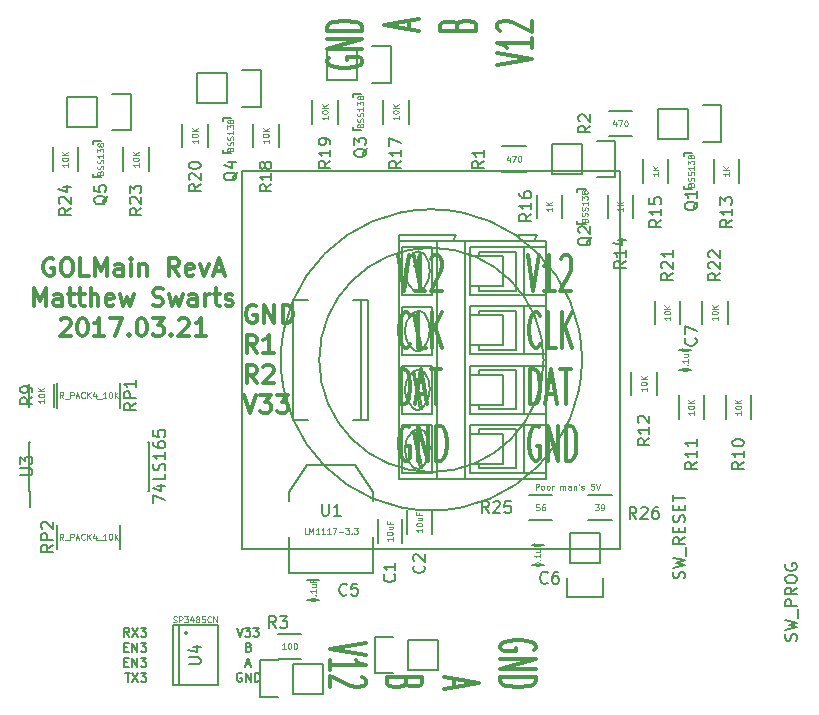
<source format=gto>
G04 #@! TF.FileFunction,Legend,Top*
%FSLAX46Y46*%
G04 Gerber Fmt 4.6, Leading zero omitted, Abs format (unit mm)*
G04 Created by KiCad (PCBNEW 4.0.4-stable) date 03/23/17 03:26:40*
%MOMM*%
%LPD*%
G01*
G04 APERTURE LIST*
%ADD10C,0.100000*%
%ADD11C,0.300000*%
%ADD12C,0.200000*%
%ADD13C,0.150000*%
G04 APERTURE END LIST*
D10*
D11*
X95000000Y-118450000D02*
X94857143Y-118378571D01*
X94642857Y-118378571D01*
X94428572Y-118450000D01*
X94285714Y-118592857D01*
X94214286Y-118735714D01*
X94142857Y-119021429D01*
X94142857Y-119235714D01*
X94214286Y-119521429D01*
X94285714Y-119664286D01*
X94428572Y-119807143D01*
X94642857Y-119878571D01*
X94785714Y-119878571D01*
X95000000Y-119807143D01*
X95071429Y-119735714D01*
X95071429Y-119235714D01*
X94785714Y-119235714D01*
X96000000Y-118378571D02*
X96285714Y-118378571D01*
X96428572Y-118450000D01*
X96571429Y-118592857D01*
X96642857Y-118878571D01*
X96642857Y-119378571D01*
X96571429Y-119664286D01*
X96428572Y-119807143D01*
X96285714Y-119878571D01*
X96000000Y-119878571D01*
X95857143Y-119807143D01*
X95714286Y-119664286D01*
X95642857Y-119378571D01*
X95642857Y-118878571D01*
X95714286Y-118592857D01*
X95857143Y-118450000D01*
X96000000Y-118378571D01*
X98000001Y-119878571D02*
X97285715Y-119878571D01*
X97285715Y-118378571D01*
X98500001Y-119878571D02*
X98500001Y-118378571D01*
X99000001Y-119450000D01*
X99500001Y-118378571D01*
X99500001Y-119878571D01*
X100857144Y-119878571D02*
X100857144Y-119092857D01*
X100785715Y-118950000D01*
X100642858Y-118878571D01*
X100357144Y-118878571D01*
X100214287Y-118950000D01*
X100857144Y-119807143D02*
X100714287Y-119878571D01*
X100357144Y-119878571D01*
X100214287Y-119807143D01*
X100142858Y-119664286D01*
X100142858Y-119521429D01*
X100214287Y-119378571D01*
X100357144Y-119307143D01*
X100714287Y-119307143D01*
X100857144Y-119235714D01*
X101571430Y-119878571D02*
X101571430Y-118878571D01*
X101571430Y-118378571D02*
X101500001Y-118450000D01*
X101571430Y-118521429D01*
X101642858Y-118450000D01*
X101571430Y-118378571D01*
X101571430Y-118521429D01*
X102285716Y-118878571D02*
X102285716Y-119878571D01*
X102285716Y-119021429D02*
X102357144Y-118950000D01*
X102500002Y-118878571D01*
X102714287Y-118878571D01*
X102857144Y-118950000D01*
X102928573Y-119092857D01*
X102928573Y-119878571D01*
X105642859Y-119878571D02*
X105142859Y-119164286D01*
X104785716Y-119878571D02*
X104785716Y-118378571D01*
X105357144Y-118378571D01*
X105500002Y-118450000D01*
X105571430Y-118521429D01*
X105642859Y-118664286D01*
X105642859Y-118878571D01*
X105571430Y-119021429D01*
X105500002Y-119092857D01*
X105357144Y-119164286D01*
X104785716Y-119164286D01*
X106857144Y-119807143D02*
X106714287Y-119878571D01*
X106428573Y-119878571D01*
X106285716Y-119807143D01*
X106214287Y-119664286D01*
X106214287Y-119092857D01*
X106285716Y-118950000D01*
X106428573Y-118878571D01*
X106714287Y-118878571D01*
X106857144Y-118950000D01*
X106928573Y-119092857D01*
X106928573Y-119235714D01*
X106214287Y-119378571D01*
X107428573Y-118878571D02*
X107785716Y-119878571D01*
X108142858Y-118878571D01*
X108642858Y-119450000D02*
X109357144Y-119450000D01*
X108500001Y-119878571D02*
X109000001Y-118378571D01*
X109500001Y-119878571D01*
X93357143Y-122428571D02*
X93357143Y-120928571D01*
X93857143Y-122000000D01*
X94357143Y-120928571D01*
X94357143Y-122428571D01*
X95714286Y-122428571D02*
X95714286Y-121642857D01*
X95642857Y-121500000D01*
X95500000Y-121428571D01*
X95214286Y-121428571D01*
X95071429Y-121500000D01*
X95714286Y-122357143D02*
X95571429Y-122428571D01*
X95214286Y-122428571D01*
X95071429Y-122357143D01*
X95000000Y-122214286D01*
X95000000Y-122071429D01*
X95071429Y-121928571D01*
X95214286Y-121857143D01*
X95571429Y-121857143D01*
X95714286Y-121785714D01*
X96214286Y-121428571D02*
X96785715Y-121428571D01*
X96428572Y-120928571D02*
X96428572Y-122214286D01*
X96500000Y-122357143D01*
X96642858Y-122428571D01*
X96785715Y-122428571D01*
X97071429Y-121428571D02*
X97642858Y-121428571D01*
X97285715Y-120928571D02*
X97285715Y-122214286D01*
X97357143Y-122357143D01*
X97500001Y-122428571D01*
X97642858Y-122428571D01*
X98142858Y-122428571D02*
X98142858Y-120928571D01*
X98785715Y-122428571D02*
X98785715Y-121642857D01*
X98714286Y-121500000D01*
X98571429Y-121428571D01*
X98357144Y-121428571D01*
X98214286Y-121500000D01*
X98142858Y-121571429D01*
X100071429Y-122357143D02*
X99928572Y-122428571D01*
X99642858Y-122428571D01*
X99500001Y-122357143D01*
X99428572Y-122214286D01*
X99428572Y-121642857D01*
X99500001Y-121500000D01*
X99642858Y-121428571D01*
X99928572Y-121428571D01*
X100071429Y-121500000D01*
X100142858Y-121642857D01*
X100142858Y-121785714D01*
X99428572Y-121928571D01*
X100642858Y-121428571D02*
X100928572Y-122428571D01*
X101214286Y-121714286D01*
X101500001Y-122428571D01*
X101785715Y-121428571D01*
X103428572Y-122357143D02*
X103642858Y-122428571D01*
X104000001Y-122428571D01*
X104142858Y-122357143D01*
X104214287Y-122285714D01*
X104285715Y-122142857D01*
X104285715Y-122000000D01*
X104214287Y-121857143D01*
X104142858Y-121785714D01*
X104000001Y-121714286D01*
X103714287Y-121642857D01*
X103571429Y-121571429D01*
X103500001Y-121500000D01*
X103428572Y-121357143D01*
X103428572Y-121214286D01*
X103500001Y-121071429D01*
X103571429Y-121000000D01*
X103714287Y-120928571D01*
X104071429Y-120928571D01*
X104285715Y-121000000D01*
X104785715Y-121428571D02*
X105071429Y-122428571D01*
X105357143Y-121714286D01*
X105642858Y-122428571D01*
X105928572Y-121428571D01*
X107142858Y-122428571D02*
X107142858Y-121642857D01*
X107071429Y-121500000D01*
X106928572Y-121428571D01*
X106642858Y-121428571D01*
X106500001Y-121500000D01*
X107142858Y-122357143D02*
X107000001Y-122428571D01*
X106642858Y-122428571D01*
X106500001Y-122357143D01*
X106428572Y-122214286D01*
X106428572Y-122071429D01*
X106500001Y-121928571D01*
X106642858Y-121857143D01*
X107000001Y-121857143D01*
X107142858Y-121785714D01*
X107857144Y-122428571D02*
X107857144Y-121428571D01*
X107857144Y-121714286D02*
X107928572Y-121571429D01*
X108000001Y-121500000D01*
X108142858Y-121428571D01*
X108285715Y-121428571D01*
X108571429Y-121428571D02*
X109142858Y-121428571D01*
X108785715Y-120928571D02*
X108785715Y-122214286D01*
X108857143Y-122357143D01*
X109000001Y-122428571D01*
X109142858Y-122428571D01*
X109571429Y-122357143D02*
X109714286Y-122428571D01*
X110000001Y-122428571D01*
X110142858Y-122357143D01*
X110214286Y-122214286D01*
X110214286Y-122142857D01*
X110142858Y-122000000D01*
X110000001Y-121928571D01*
X109785715Y-121928571D01*
X109642858Y-121857143D01*
X109571429Y-121714286D01*
X109571429Y-121642857D01*
X109642858Y-121500000D01*
X109785715Y-121428571D01*
X110000001Y-121428571D01*
X110142858Y-121500000D01*
X95607144Y-123621429D02*
X95678573Y-123550000D01*
X95821430Y-123478571D01*
X96178573Y-123478571D01*
X96321430Y-123550000D01*
X96392859Y-123621429D01*
X96464287Y-123764286D01*
X96464287Y-123907143D01*
X96392859Y-124121429D01*
X95535716Y-124978571D01*
X96464287Y-124978571D01*
X97392858Y-123478571D02*
X97535715Y-123478571D01*
X97678572Y-123550000D01*
X97750001Y-123621429D01*
X97821430Y-123764286D01*
X97892858Y-124050000D01*
X97892858Y-124407143D01*
X97821430Y-124692857D01*
X97750001Y-124835714D01*
X97678572Y-124907143D01*
X97535715Y-124978571D01*
X97392858Y-124978571D01*
X97250001Y-124907143D01*
X97178572Y-124835714D01*
X97107144Y-124692857D01*
X97035715Y-124407143D01*
X97035715Y-124050000D01*
X97107144Y-123764286D01*
X97178572Y-123621429D01*
X97250001Y-123550000D01*
X97392858Y-123478571D01*
X99321429Y-124978571D02*
X98464286Y-124978571D01*
X98892858Y-124978571D02*
X98892858Y-123478571D01*
X98750001Y-123692857D01*
X98607143Y-123835714D01*
X98464286Y-123907143D01*
X99821429Y-123478571D02*
X100821429Y-123478571D01*
X100178572Y-124978571D01*
X101392857Y-124835714D02*
X101464285Y-124907143D01*
X101392857Y-124978571D01*
X101321428Y-124907143D01*
X101392857Y-124835714D01*
X101392857Y-124978571D01*
X102392857Y-123478571D02*
X102535714Y-123478571D01*
X102678571Y-123550000D01*
X102750000Y-123621429D01*
X102821429Y-123764286D01*
X102892857Y-124050000D01*
X102892857Y-124407143D01*
X102821429Y-124692857D01*
X102750000Y-124835714D01*
X102678571Y-124907143D01*
X102535714Y-124978571D01*
X102392857Y-124978571D01*
X102250000Y-124907143D01*
X102178571Y-124835714D01*
X102107143Y-124692857D01*
X102035714Y-124407143D01*
X102035714Y-124050000D01*
X102107143Y-123764286D01*
X102178571Y-123621429D01*
X102250000Y-123550000D01*
X102392857Y-123478571D01*
X103392857Y-123478571D02*
X104321428Y-123478571D01*
X103821428Y-124050000D01*
X104035714Y-124050000D01*
X104178571Y-124121429D01*
X104250000Y-124192857D01*
X104321428Y-124335714D01*
X104321428Y-124692857D01*
X104250000Y-124835714D01*
X104178571Y-124907143D01*
X104035714Y-124978571D01*
X103607142Y-124978571D01*
X103464285Y-124907143D01*
X103392857Y-124835714D01*
X104964285Y-124835714D02*
X105035713Y-124907143D01*
X104964285Y-124978571D01*
X104892856Y-124907143D01*
X104964285Y-124835714D01*
X104964285Y-124978571D01*
X105607142Y-123621429D02*
X105678571Y-123550000D01*
X105821428Y-123478571D01*
X106178571Y-123478571D01*
X106321428Y-123550000D01*
X106392857Y-123621429D01*
X106464285Y-123764286D01*
X106464285Y-123907143D01*
X106392857Y-124121429D01*
X105535714Y-124978571D01*
X106464285Y-124978571D01*
X107892856Y-124978571D02*
X107035713Y-124978571D01*
X107464285Y-124978571D02*
X107464285Y-123478571D01*
X107321428Y-123692857D01*
X107178570Y-123835714D01*
X107035713Y-123907143D01*
D12*
X148404762Y-145500000D02*
X148452381Y-145357143D01*
X148452381Y-145119047D01*
X148404762Y-145023809D01*
X148357143Y-144976190D01*
X148261905Y-144928571D01*
X148166667Y-144928571D01*
X148071429Y-144976190D01*
X148023810Y-145023809D01*
X147976190Y-145119047D01*
X147928571Y-145309524D01*
X147880952Y-145404762D01*
X147833333Y-145452381D01*
X147738095Y-145500000D01*
X147642857Y-145500000D01*
X147547619Y-145452381D01*
X147500000Y-145404762D01*
X147452381Y-145309524D01*
X147452381Y-145071428D01*
X147500000Y-144928571D01*
X147452381Y-144595238D02*
X148452381Y-144357143D01*
X147738095Y-144166666D01*
X148452381Y-143976190D01*
X147452381Y-143738095D01*
X148547619Y-143595238D02*
X148547619Y-142833333D01*
X148452381Y-142023809D02*
X147976190Y-142357143D01*
X148452381Y-142595238D02*
X147452381Y-142595238D01*
X147452381Y-142214285D01*
X147500000Y-142119047D01*
X147547619Y-142071428D01*
X147642857Y-142023809D01*
X147785714Y-142023809D01*
X147880952Y-142071428D01*
X147928571Y-142119047D01*
X147976190Y-142214285D01*
X147976190Y-142595238D01*
X147928571Y-141595238D02*
X147928571Y-141261904D01*
X148452381Y-141119047D02*
X148452381Y-141595238D01*
X147452381Y-141595238D01*
X147452381Y-141119047D01*
X148404762Y-140738095D02*
X148452381Y-140595238D01*
X148452381Y-140357142D01*
X148404762Y-140261904D01*
X148357143Y-140214285D01*
X148261905Y-140166666D01*
X148166667Y-140166666D01*
X148071429Y-140214285D01*
X148023810Y-140261904D01*
X147976190Y-140357142D01*
X147928571Y-140547619D01*
X147880952Y-140642857D01*
X147833333Y-140690476D01*
X147738095Y-140738095D01*
X147642857Y-140738095D01*
X147547619Y-140690476D01*
X147500000Y-140642857D01*
X147452381Y-140547619D01*
X147452381Y-140309523D01*
X147500000Y-140166666D01*
X147928571Y-139738095D02*
X147928571Y-139404761D01*
X148452381Y-139261904D02*
X148452381Y-139738095D01*
X147452381Y-139738095D01*
X147452381Y-139261904D01*
X147452381Y-138976190D02*
X147452381Y-138404761D01*
X148452381Y-138690476D02*
X147452381Y-138690476D01*
X157904762Y-150761905D02*
X157952381Y-150619048D01*
X157952381Y-150380952D01*
X157904762Y-150285714D01*
X157857143Y-150238095D01*
X157761905Y-150190476D01*
X157666667Y-150190476D01*
X157571429Y-150238095D01*
X157523810Y-150285714D01*
X157476190Y-150380952D01*
X157428571Y-150571429D01*
X157380952Y-150666667D01*
X157333333Y-150714286D01*
X157238095Y-150761905D01*
X157142857Y-150761905D01*
X157047619Y-150714286D01*
X157000000Y-150666667D01*
X156952381Y-150571429D01*
X156952381Y-150333333D01*
X157000000Y-150190476D01*
X156952381Y-149857143D02*
X157952381Y-149619048D01*
X157238095Y-149428571D01*
X157952381Y-149238095D01*
X156952381Y-149000000D01*
X158047619Y-148857143D02*
X158047619Y-148095238D01*
X157952381Y-147857143D02*
X156952381Y-147857143D01*
X156952381Y-147476190D01*
X157000000Y-147380952D01*
X157047619Y-147333333D01*
X157142857Y-147285714D01*
X157285714Y-147285714D01*
X157380952Y-147333333D01*
X157428571Y-147380952D01*
X157476190Y-147476190D01*
X157476190Y-147857143D01*
X157952381Y-146285714D02*
X157476190Y-146619048D01*
X157952381Y-146857143D02*
X156952381Y-146857143D01*
X156952381Y-146476190D01*
X157000000Y-146380952D01*
X157047619Y-146333333D01*
X157142857Y-146285714D01*
X157285714Y-146285714D01*
X157380952Y-146333333D01*
X157428571Y-146380952D01*
X157476190Y-146476190D01*
X157476190Y-146857143D01*
X156952381Y-145666667D02*
X156952381Y-145476190D01*
X157000000Y-145380952D01*
X157095238Y-145285714D01*
X157285714Y-145238095D01*
X157619048Y-145238095D01*
X157809524Y-145285714D01*
X157904762Y-145380952D01*
X157952381Y-145476190D01*
X157952381Y-145666667D01*
X157904762Y-145761905D01*
X157809524Y-145857143D01*
X157619048Y-145904762D01*
X157285714Y-145904762D01*
X157095238Y-145857143D01*
X157000000Y-145761905D01*
X156952381Y-145666667D01*
X157000000Y-144285714D02*
X156952381Y-144380952D01*
X156952381Y-144523809D01*
X157000000Y-144666667D01*
X157095238Y-144761905D01*
X157190476Y-144809524D01*
X157380952Y-144857143D01*
X157523810Y-144857143D01*
X157714286Y-144809524D01*
X157809524Y-144761905D01*
X157904762Y-144666667D01*
X157952381Y-144523809D01*
X157952381Y-144428571D01*
X157904762Y-144285714D01*
X157857143Y-144238095D01*
X157523810Y-144238095D01*
X157523810Y-144428571D01*
D13*
X110535715Y-149676786D02*
X110785715Y-150426786D01*
X111035715Y-149676786D01*
X111214286Y-149676786D02*
X111678572Y-149676786D01*
X111428572Y-149962500D01*
X111535714Y-149962500D01*
X111607143Y-149998214D01*
X111642857Y-150033929D01*
X111678572Y-150105357D01*
X111678572Y-150283929D01*
X111642857Y-150355357D01*
X111607143Y-150391071D01*
X111535714Y-150426786D01*
X111321429Y-150426786D01*
X111250000Y-150391071D01*
X111214286Y-150355357D01*
X111928572Y-149676786D02*
X112392858Y-149676786D01*
X112142858Y-149962500D01*
X112250000Y-149962500D01*
X112321429Y-149998214D01*
X112357143Y-150033929D01*
X112392858Y-150105357D01*
X112392858Y-150283929D01*
X112357143Y-150355357D01*
X112321429Y-150391071D01*
X112250000Y-150426786D01*
X112035715Y-150426786D01*
X111964286Y-150391071D01*
X111928572Y-150355357D01*
X111553571Y-151308929D02*
X111660714Y-151344643D01*
X111696429Y-151380357D01*
X111732143Y-151451786D01*
X111732143Y-151558929D01*
X111696429Y-151630357D01*
X111660714Y-151666071D01*
X111589286Y-151701786D01*
X111303571Y-151701786D01*
X111303571Y-150951786D01*
X111553571Y-150951786D01*
X111625000Y-150987500D01*
X111660714Y-151023214D01*
X111696429Y-151094643D01*
X111696429Y-151166071D01*
X111660714Y-151237500D01*
X111625000Y-151273214D01*
X111553571Y-151308929D01*
X111303571Y-151308929D01*
X111321429Y-152762500D02*
X111678572Y-152762500D01*
X111250001Y-152976786D02*
X111500001Y-152226786D01*
X111750001Y-152976786D01*
X110928572Y-153537500D02*
X110857143Y-153501786D01*
X110750000Y-153501786D01*
X110642857Y-153537500D01*
X110571429Y-153608929D01*
X110535714Y-153680357D01*
X110500000Y-153823214D01*
X110500000Y-153930357D01*
X110535714Y-154073214D01*
X110571429Y-154144643D01*
X110642857Y-154216071D01*
X110750000Y-154251786D01*
X110821429Y-154251786D01*
X110928572Y-154216071D01*
X110964286Y-154180357D01*
X110964286Y-153930357D01*
X110821429Y-153930357D01*
X111285714Y-154251786D02*
X111285714Y-153501786D01*
X111714286Y-154251786D01*
X111714286Y-153501786D01*
X112071428Y-154251786D02*
X112071428Y-153501786D01*
X112250000Y-153501786D01*
X112357143Y-153537500D01*
X112428571Y-153608929D01*
X112464286Y-153680357D01*
X112500000Y-153823214D01*
X112500000Y-153930357D01*
X112464286Y-154073214D01*
X112428571Y-154144643D01*
X112357143Y-154216071D01*
X112250000Y-154251786D01*
X112071428Y-154251786D01*
X101428571Y-150426786D02*
X101178571Y-150069643D01*
X100999999Y-150426786D02*
X100999999Y-149676786D01*
X101285714Y-149676786D01*
X101357142Y-149712500D01*
X101392857Y-149748214D01*
X101428571Y-149819643D01*
X101428571Y-149926786D01*
X101392857Y-149998214D01*
X101357142Y-150033929D01*
X101285714Y-150069643D01*
X100999999Y-150069643D01*
X101678571Y-149676786D02*
X102178571Y-150426786D01*
X102178571Y-149676786D02*
X101678571Y-150426786D01*
X102392857Y-149676786D02*
X102857143Y-149676786D01*
X102607143Y-149962500D01*
X102714285Y-149962500D01*
X102785714Y-149998214D01*
X102821428Y-150033929D01*
X102857143Y-150105357D01*
X102857143Y-150283929D01*
X102821428Y-150355357D01*
X102785714Y-150391071D01*
X102714285Y-150426786D01*
X102500000Y-150426786D01*
X102428571Y-150391071D01*
X102392857Y-150355357D01*
X101000000Y-151308929D02*
X101250000Y-151308929D01*
X101357143Y-151701786D02*
X101000000Y-151701786D01*
X101000000Y-150951786D01*
X101357143Y-150951786D01*
X101678571Y-151701786D02*
X101678571Y-150951786D01*
X102107143Y-151701786D01*
X102107143Y-150951786D01*
X102392857Y-150951786D02*
X102857143Y-150951786D01*
X102607143Y-151237500D01*
X102714285Y-151237500D01*
X102785714Y-151273214D01*
X102821428Y-151308929D01*
X102857143Y-151380357D01*
X102857143Y-151558929D01*
X102821428Y-151630357D01*
X102785714Y-151666071D01*
X102714285Y-151701786D01*
X102500000Y-151701786D01*
X102428571Y-151666071D01*
X102392857Y-151630357D01*
X101000000Y-152583929D02*
X101250000Y-152583929D01*
X101357143Y-152976786D02*
X101000000Y-152976786D01*
X101000000Y-152226786D01*
X101357143Y-152226786D01*
X101678571Y-152976786D02*
X101678571Y-152226786D01*
X102107143Y-152976786D01*
X102107143Y-152226786D01*
X102392857Y-152226786D02*
X102857143Y-152226786D01*
X102607143Y-152512500D01*
X102714285Y-152512500D01*
X102785714Y-152548214D01*
X102821428Y-152583929D01*
X102857143Y-152655357D01*
X102857143Y-152833929D01*
X102821428Y-152905357D01*
X102785714Y-152941071D01*
X102714285Y-152976786D01*
X102500000Y-152976786D01*
X102428571Y-152941071D01*
X102392857Y-152905357D01*
X101071428Y-153501786D02*
X101499999Y-153501786D01*
X101285713Y-154251786D02*
X101285713Y-153501786D01*
X101678571Y-153501786D02*
X102178571Y-154251786D01*
X102178571Y-153501786D02*
X101678571Y-154251786D01*
X102392857Y-153501786D02*
X102857143Y-153501786D01*
X102607143Y-153787500D01*
X102714285Y-153787500D01*
X102785714Y-153823214D01*
X102821428Y-153858929D01*
X102857143Y-153930357D01*
X102857143Y-154108929D01*
X102821428Y-154180357D01*
X102785714Y-154216071D01*
X102714285Y-154251786D01*
X102500000Y-154251786D01*
X102428571Y-154216071D01*
X102392857Y-154180357D01*
D11*
X112142857Y-122425000D02*
X112000000Y-122353571D01*
X111785714Y-122353571D01*
X111571429Y-122425000D01*
X111428571Y-122567857D01*
X111357143Y-122710714D01*
X111285714Y-122996429D01*
X111285714Y-123210714D01*
X111357143Y-123496429D01*
X111428571Y-123639286D01*
X111571429Y-123782143D01*
X111785714Y-123853571D01*
X111928571Y-123853571D01*
X112142857Y-123782143D01*
X112214286Y-123710714D01*
X112214286Y-123210714D01*
X111928571Y-123210714D01*
X112857143Y-123853571D02*
X112857143Y-122353571D01*
X113714286Y-123853571D01*
X113714286Y-122353571D01*
X114428572Y-123853571D02*
X114428572Y-122353571D01*
X114785715Y-122353571D01*
X115000000Y-122425000D01*
X115142858Y-122567857D01*
X115214286Y-122710714D01*
X115285715Y-122996429D01*
X115285715Y-123210714D01*
X115214286Y-123496429D01*
X115142858Y-123639286D01*
X115000000Y-123782143D01*
X114785715Y-123853571D01*
X114428572Y-123853571D01*
X112214286Y-126403571D02*
X111714286Y-125689286D01*
X111357143Y-126403571D02*
X111357143Y-124903571D01*
X111928571Y-124903571D01*
X112071429Y-124975000D01*
X112142857Y-125046429D01*
X112214286Y-125189286D01*
X112214286Y-125403571D01*
X112142857Y-125546429D01*
X112071429Y-125617857D01*
X111928571Y-125689286D01*
X111357143Y-125689286D01*
X113642857Y-126403571D02*
X112785714Y-126403571D01*
X113214286Y-126403571D02*
X113214286Y-124903571D01*
X113071429Y-125117857D01*
X112928571Y-125260714D01*
X112785714Y-125332143D01*
X112214286Y-128953571D02*
X111714286Y-128239286D01*
X111357143Y-128953571D02*
X111357143Y-127453571D01*
X111928571Y-127453571D01*
X112071429Y-127525000D01*
X112142857Y-127596429D01*
X112214286Y-127739286D01*
X112214286Y-127953571D01*
X112142857Y-128096429D01*
X112071429Y-128167857D01*
X111928571Y-128239286D01*
X111357143Y-128239286D01*
X112785714Y-127596429D02*
X112857143Y-127525000D01*
X113000000Y-127453571D01*
X113357143Y-127453571D01*
X113500000Y-127525000D01*
X113571429Y-127596429D01*
X113642857Y-127739286D01*
X113642857Y-127882143D01*
X113571429Y-128096429D01*
X112714286Y-128953571D01*
X113642857Y-128953571D01*
X111142857Y-130003571D02*
X111642857Y-131503571D01*
X112142857Y-130003571D01*
X112500000Y-130003571D02*
X113428571Y-130003571D01*
X112928571Y-130575000D01*
X113142857Y-130575000D01*
X113285714Y-130646429D01*
X113357143Y-130717857D01*
X113428571Y-130860714D01*
X113428571Y-131217857D01*
X113357143Y-131360714D01*
X113285714Y-131432143D01*
X113142857Y-131503571D01*
X112714285Y-131503571D01*
X112571428Y-131432143D01*
X112500000Y-131360714D01*
X113928571Y-130003571D02*
X114857142Y-130003571D01*
X114357142Y-130575000D01*
X114571428Y-130575000D01*
X114714285Y-130646429D01*
X114785714Y-130717857D01*
X114857142Y-130860714D01*
X114857142Y-131217857D01*
X114785714Y-131360714D01*
X114714285Y-131432143D01*
X114571428Y-131503571D01*
X114142856Y-131503571D01*
X113999999Y-131432143D01*
X113928571Y-131360714D01*
X135142857Y-118157143D02*
X135642857Y-121157143D01*
X136142857Y-118157143D01*
X137428571Y-121157143D02*
X136571428Y-121157143D01*
X137000000Y-121157143D02*
X137000000Y-118157143D01*
X136857143Y-118585714D01*
X136714285Y-118871429D01*
X136571428Y-119014286D01*
X137999999Y-118442857D02*
X138071428Y-118300000D01*
X138214285Y-118157143D01*
X138571428Y-118157143D01*
X138714285Y-118300000D01*
X138785714Y-118442857D01*
X138857142Y-118728571D01*
X138857142Y-119014286D01*
X138785714Y-119442857D01*
X137928571Y-121157143D01*
X138857142Y-121157143D01*
X136214286Y-125671429D02*
X136142857Y-125814286D01*
X135928571Y-125957143D01*
X135785714Y-125957143D01*
X135571429Y-125814286D01*
X135428571Y-125528571D01*
X135357143Y-125242857D01*
X135285714Y-124671429D01*
X135285714Y-124242857D01*
X135357143Y-123671429D01*
X135428571Y-123385714D01*
X135571429Y-123100000D01*
X135785714Y-122957143D01*
X135928571Y-122957143D01*
X136142857Y-123100000D01*
X136214286Y-123242857D01*
X137571429Y-125957143D02*
X136857143Y-125957143D01*
X136857143Y-122957143D01*
X138071429Y-125957143D02*
X138071429Y-122957143D01*
X138928572Y-125957143D02*
X138285715Y-124242857D01*
X138928572Y-122957143D02*
X138071429Y-124671429D01*
X135357143Y-130757143D02*
X135357143Y-127757143D01*
X135714286Y-127757143D01*
X135928571Y-127900000D01*
X136071429Y-128185714D01*
X136142857Y-128471429D01*
X136214286Y-129042857D01*
X136214286Y-129471429D01*
X136142857Y-130042857D01*
X136071429Y-130328571D01*
X135928571Y-130614286D01*
X135714286Y-130757143D01*
X135357143Y-130757143D01*
X136785714Y-129900000D02*
X137500000Y-129900000D01*
X136642857Y-130757143D02*
X137142857Y-127757143D01*
X137642857Y-130757143D01*
X137928571Y-127757143D02*
X138785714Y-127757143D01*
X138357143Y-130757143D02*
X138357143Y-127757143D01*
X136142857Y-132700000D02*
X136000000Y-132557143D01*
X135785714Y-132557143D01*
X135571429Y-132700000D01*
X135428571Y-132985714D01*
X135357143Y-133271429D01*
X135285714Y-133842857D01*
X135285714Y-134271429D01*
X135357143Y-134842857D01*
X135428571Y-135128571D01*
X135571429Y-135414286D01*
X135785714Y-135557143D01*
X135928571Y-135557143D01*
X136142857Y-135414286D01*
X136214286Y-135271429D01*
X136214286Y-134271429D01*
X135928571Y-134271429D01*
X136857143Y-135557143D02*
X136857143Y-132557143D01*
X137714286Y-135557143D01*
X137714286Y-132557143D01*
X138428572Y-135557143D02*
X138428572Y-132557143D01*
X138785715Y-132557143D01*
X139000000Y-132700000D01*
X139142858Y-132985714D01*
X139214286Y-133271429D01*
X139285715Y-133842857D01*
X139285715Y-134271429D01*
X139214286Y-134842857D01*
X139142858Y-135128571D01*
X139000000Y-135414286D01*
X138785715Y-135557143D01*
X138428572Y-135557143D01*
X124142857Y-118157143D02*
X124642857Y-121157143D01*
X125142857Y-118157143D01*
X126428571Y-121157143D02*
X125571428Y-121157143D01*
X126000000Y-121157143D02*
X126000000Y-118157143D01*
X125857143Y-118585714D01*
X125714285Y-118871429D01*
X125571428Y-119014286D01*
X126999999Y-118442857D02*
X127071428Y-118300000D01*
X127214285Y-118157143D01*
X127571428Y-118157143D01*
X127714285Y-118300000D01*
X127785714Y-118442857D01*
X127857142Y-118728571D01*
X127857142Y-119014286D01*
X127785714Y-119442857D01*
X126928571Y-121157143D01*
X127857142Y-121157143D01*
X125214286Y-125671429D02*
X125142857Y-125814286D01*
X124928571Y-125957143D01*
X124785714Y-125957143D01*
X124571429Y-125814286D01*
X124428571Y-125528571D01*
X124357143Y-125242857D01*
X124285714Y-124671429D01*
X124285714Y-124242857D01*
X124357143Y-123671429D01*
X124428571Y-123385714D01*
X124571429Y-123100000D01*
X124785714Y-122957143D01*
X124928571Y-122957143D01*
X125142857Y-123100000D01*
X125214286Y-123242857D01*
X126571429Y-125957143D02*
X125857143Y-125957143D01*
X125857143Y-122957143D01*
X127071429Y-125957143D02*
X127071429Y-122957143D01*
X127928572Y-125957143D02*
X127285715Y-124242857D01*
X127928572Y-122957143D02*
X127071429Y-124671429D01*
X124357143Y-130757143D02*
X124357143Y-127757143D01*
X124714286Y-127757143D01*
X124928571Y-127900000D01*
X125071429Y-128185714D01*
X125142857Y-128471429D01*
X125214286Y-129042857D01*
X125214286Y-129471429D01*
X125142857Y-130042857D01*
X125071429Y-130328571D01*
X124928571Y-130614286D01*
X124714286Y-130757143D01*
X124357143Y-130757143D01*
X125785714Y-129900000D02*
X126500000Y-129900000D01*
X125642857Y-130757143D02*
X126142857Y-127757143D01*
X126642857Y-130757143D01*
X126928571Y-127757143D02*
X127785714Y-127757143D01*
X127357143Y-130757143D02*
X127357143Y-127757143D01*
X125142857Y-132700000D02*
X125000000Y-132557143D01*
X124785714Y-132557143D01*
X124571429Y-132700000D01*
X124428571Y-132985714D01*
X124357143Y-133271429D01*
X124285714Y-133842857D01*
X124285714Y-134271429D01*
X124357143Y-134842857D01*
X124428571Y-135128571D01*
X124571429Y-135414286D01*
X124785714Y-135557143D01*
X124928571Y-135557143D01*
X125142857Y-135414286D01*
X125214286Y-135271429D01*
X125214286Y-134271429D01*
X124928571Y-134271429D01*
X125857143Y-135557143D02*
X125857143Y-132557143D01*
X126714286Y-135557143D01*
X126714286Y-132557143D01*
X127428572Y-135557143D02*
X127428572Y-132557143D01*
X127785715Y-132557143D01*
X128000000Y-132700000D01*
X128142858Y-132985714D01*
X128214286Y-133271429D01*
X128285715Y-133842857D01*
X128285715Y-134271429D01*
X128214286Y-134842857D01*
X128142858Y-135128571D01*
X128000000Y-135414286D01*
X127785715Y-135557143D01*
X127428572Y-135557143D01*
X118300000Y-101428572D02*
X118157143Y-101571429D01*
X118157143Y-101785715D01*
X118300000Y-102000000D01*
X118585714Y-102142858D01*
X118871429Y-102214286D01*
X119442857Y-102285715D01*
X119871429Y-102285715D01*
X120442857Y-102214286D01*
X120728571Y-102142858D01*
X121014286Y-102000000D01*
X121157143Y-101785715D01*
X121157143Y-101642858D01*
X121014286Y-101428572D01*
X120871429Y-101357143D01*
X119871429Y-101357143D01*
X119871429Y-101642858D01*
X121157143Y-100714286D02*
X118157143Y-100714286D01*
X121157143Y-99857143D01*
X118157143Y-99857143D01*
X121157143Y-99142857D02*
X118157143Y-99142857D01*
X118157143Y-98785714D01*
X118300000Y-98571429D01*
X118585714Y-98428571D01*
X118871429Y-98357143D01*
X119442857Y-98285714D01*
X119871429Y-98285714D01*
X120442857Y-98357143D01*
X120728571Y-98428571D01*
X121014286Y-98571429D01*
X121157143Y-98785714D01*
X121157143Y-99142857D01*
X125100000Y-99000000D02*
X125100000Y-98285714D01*
X125957143Y-99142857D02*
X122957143Y-98642857D01*
X125957143Y-98142857D01*
X129185714Y-98642857D02*
X129328571Y-98428571D01*
X129471429Y-98357143D01*
X129757143Y-98285714D01*
X130185714Y-98285714D01*
X130471429Y-98357143D01*
X130614286Y-98428571D01*
X130757143Y-98571429D01*
X130757143Y-99142857D01*
X127757143Y-99142857D01*
X127757143Y-98642857D01*
X127900000Y-98500000D01*
X128042857Y-98428571D01*
X128328571Y-98357143D01*
X128614286Y-98357143D01*
X128900000Y-98428571D01*
X129042857Y-98500000D01*
X129185714Y-98642857D01*
X129185714Y-99142857D01*
X132557143Y-101999999D02*
X135557143Y-101499999D01*
X132557143Y-100999999D01*
X135557143Y-99714285D02*
X135557143Y-100571428D01*
X135557143Y-100142856D02*
X132557143Y-100142856D01*
X132985714Y-100285713D01*
X133271429Y-100428571D01*
X133414286Y-100571428D01*
X132842857Y-99142857D02*
X132700000Y-99071428D01*
X132557143Y-98928571D01*
X132557143Y-98571428D01*
X132700000Y-98428571D01*
X132842857Y-98357142D01*
X133128571Y-98285714D01*
X133414286Y-98285714D01*
X133842857Y-98357142D01*
X135557143Y-99214285D01*
X135557143Y-98285714D01*
X135700000Y-151571428D02*
X135842857Y-151428571D01*
X135842857Y-151214285D01*
X135700000Y-151000000D01*
X135414286Y-150857142D01*
X135128571Y-150785714D01*
X134557143Y-150714285D01*
X134128571Y-150714285D01*
X133557143Y-150785714D01*
X133271429Y-150857142D01*
X132985714Y-151000000D01*
X132842857Y-151214285D01*
X132842857Y-151357142D01*
X132985714Y-151571428D01*
X133128571Y-151642857D01*
X134128571Y-151642857D01*
X134128571Y-151357142D01*
X132842857Y-152285714D02*
X135842857Y-152285714D01*
X132842857Y-153142857D01*
X135842857Y-153142857D01*
X132842857Y-153857143D02*
X135842857Y-153857143D01*
X135842857Y-154214286D01*
X135700000Y-154428571D01*
X135414286Y-154571429D01*
X135128571Y-154642857D01*
X134557143Y-154714286D01*
X134128571Y-154714286D01*
X133557143Y-154642857D01*
X133271429Y-154571429D01*
X132985714Y-154428571D01*
X132842857Y-154214286D01*
X132842857Y-153857143D01*
X128900000Y-154000000D02*
X128900000Y-154714286D01*
X128042857Y-153857143D02*
X131042857Y-154357143D01*
X128042857Y-154857143D01*
X124814286Y-154357143D02*
X124671429Y-154571429D01*
X124528571Y-154642857D01*
X124242857Y-154714286D01*
X123814286Y-154714286D01*
X123528571Y-154642857D01*
X123385714Y-154571429D01*
X123242857Y-154428571D01*
X123242857Y-153857143D01*
X126242857Y-153857143D01*
X126242857Y-154357143D01*
X126100000Y-154500000D01*
X125957143Y-154571429D01*
X125671429Y-154642857D01*
X125385714Y-154642857D01*
X125100000Y-154571429D01*
X124957143Y-154500000D01*
X124814286Y-154357143D01*
X124814286Y-153857143D01*
X121442857Y-151000001D02*
X118442857Y-151500001D01*
X121442857Y-152000001D01*
X118442857Y-153285715D02*
X118442857Y-152428572D01*
X118442857Y-152857144D02*
X121442857Y-152857144D01*
X121014286Y-152714287D01*
X120728571Y-152571429D01*
X120585714Y-152428572D01*
X121157143Y-153857143D02*
X121300000Y-153928572D01*
X121442857Y-154071429D01*
X121442857Y-154428572D01*
X121300000Y-154571429D01*
X121157143Y-154642858D01*
X120871429Y-154714286D01*
X120585714Y-154714286D01*
X120157143Y-154642858D01*
X118442857Y-153785715D01*
X118442857Y-154714286D01*
D12*
X139750000Y-127000000D02*
G75*
G03X139750000Y-127000000I-12750000J0D01*
G01*
X136500000Y-127000000D02*
G75*
G03X136500000Y-127000000I-9500000J0D01*
G01*
X143000000Y-143000000D02*
X143000000Y-111000000D01*
X111000000Y-143000000D02*
X143000000Y-143000000D01*
X111000000Y-111000000D02*
X111000000Y-143000000D01*
X143000000Y-111000000D02*
X111000000Y-111000000D01*
D10*
X135821430Y-137976190D02*
X135821430Y-137476190D01*
X136011906Y-137476190D01*
X136059525Y-137500000D01*
X136083334Y-137523810D01*
X136107144Y-137571429D01*
X136107144Y-137642857D01*
X136083334Y-137690476D01*
X136059525Y-137714286D01*
X136011906Y-137738095D01*
X135821430Y-137738095D01*
X136392858Y-137976190D02*
X136345239Y-137952381D01*
X136321430Y-137928571D01*
X136297620Y-137880952D01*
X136297620Y-137738095D01*
X136321430Y-137690476D01*
X136345239Y-137666667D01*
X136392858Y-137642857D01*
X136464287Y-137642857D01*
X136511906Y-137666667D01*
X136535715Y-137690476D01*
X136559525Y-137738095D01*
X136559525Y-137880952D01*
X136535715Y-137928571D01*
X136511906Y-137952381D01*
X136464287Y-137976190D01*
X136392858Y-137976190D01*
X136845239Y-137976190D02*
X136797620Y-137952381D01*
X136773811Y-137928571D01*
X136750001Y-137880952D01*
X136750001Y-137738095D01*
X136773811Y-137690476D01*
X136797620Y-137666667D01*
X136845239Y-137642857D01*
X136916668Y-137642857D01*
X136964287Y-137666667D01*
X136988096Y-137690476D01*
X137011906Y-137738095D01*
X137011906Y-137880952D01*
X136988096Y-137928571D01*
X136964287Y-137952381D01*
X136916668Y-137976190D01*
X136845239Y-137976190D01*
X137226192Y-137976190D02*
X137226192Y-137642857D01*
X137226192Y-137738095D02*
X137250001Y-137690476D01*
X137273811Y-137666667D01*
X137321430Y-137642857D01*
X137369049Y-137642857D01*
X137916668Y-137976190D02*
X137916668Y-137642857D01*
X137916668Y-137690476D02*
X137940477Y-137666667D01*
X137988096Y-137642857D01*
X138059525Y-137642857D01*
X138107144Y-137666667D01*
X138130953Y-137714286D01*
X138130953Y-137976190D01*
X138130953Y-137714286D02*
X138154763Y-137666667D01*
X138202382Y-137642857D01*
X138273810Y-137642857D01*
X138321430Y-137666667D01*
X138345239Y-137714286D01*
X138345239Y-137976190D01*
X138797620Y-137976190D02*
X138797620Y-137714286D01*
X138773811Y-137666667D01*
X138726192Y-137642857D01*
X138630954Y-137642857D01*
X138583335Y-137666667D01*
X138797620Y-137952381D02*
X138750001Y-137976190D01*
X138630954Y-137976190D01*
X138583335Y-137952381D01*
X138559525Y-137904762D01*
X138559525Y-137857143D01*
X138583335Y-137809524D01*
X138630954Y-137785714D01*
X138750001Y-137785714D01*
X138797620Y-137761905D01*
X139035716Y-137642857D02*
X139035716Y-137976190D01*
X139035716Y-137690476D02*
X139059525Y-137666667D01*
X139107144Y-137642857D01*
X139178573Y-137642857D01*
X139226192Y-137666667D01*
X139250001Y-137714286D01*
X139250001Y-137976190D01*
X139511906Y-137476190D02*
X139464287Y-137571429D01*
X139702382Y-137952381D02*
X139750001Y-137976190D01*
X139845239Y-137976190D01*
X139892858Y-137952381D01*
X139916668Y-137904762D01*
X139916668Y-137880952D01*
X139892858Y-137833333D01*
X139845239Y-137809524D01*
X139773811Y-137809524D01*
X139726192Y-137785714D01*
X139702382Y-137738095D01*
X139702382Y-137714286D01*
X139726192Y-137666667D01*
X139773811Y-137642857D01*
X139845239Y-137642857D01*
X139892858Y-137666667D01*
X140750001Y-137476190D02*
X140511906Y-137476190D01*
X140488096Y-137714286D01*
X140511906Y-137690476D01*
X140559525Y-137666667D01*
X140678572Y-137666667D01*
X140726191Y-137690476D01*
X140750001Y-137714286D01*
X140773810Y-137761905D01*
X140773810Y-137880952D01*
X140750001Y-137928571D01*
X140726191Y-137952381D01*
X140678572Y-137976190D01*
X140559525Y-137976190D01*
X140511906Y-137952381D01*
X140488096Y-137928571D01*
X140916667Y-137476190D02*
X141083334Y-137976190D01*
X141250000Y-137476190D01*
D13*
X130246000Y-125750000D02*
X133040000Y-125750000D01*
X133040000Y-125750000D02*
X133040000Y-123210000D01*
X133040000Y-123210000D02*
X130246000Y-123210000D01*
X127071000Y-126562800D02*
X124531000Y-126562800D01*
X124531000Y-126562800D02*
X124531000Y-122498800D01*
X124531000Y-122498800D02*
X127071000Y-122498800D01*
X127071000Y-122498800D02*
X127071000Y-126562800D01*
X126055000Y-126156400D02*
X125420000Y-123108400D01*
X126182000Y-126029400D02*
X125547000Y-122981400D01*
X126414570Y-123062028D02*
G75*
G03X125447940Y-123009340I-509430J-452772D01*
G01*
X126334896Y-126004728D02*
G75*
G03X126382660Y-123016960I-1905496J1524728D01*
G01*
X125443156Y-123005589D02*
G75*
G03X125496200Y-126156400I1348444J-1553151D01*
G01*
X125446519Y-126105097D02*
G75*
G03X126372500Y-125963360I407821J431297D01*
G01*
X134818000Y-126512000D02*
X134818000Y-122448000D01*
X136723000Y-122448000D02*
X130246000Y-122448000D01*
X131008000Y-126131000D02*
X131008000Y-125750000D01*
X131008000Y-126131000D02*
X134183000Y-126131000D01*
X134183000Y-126131000D02*
X134183000Y-122829000D01*
X134183000Y-122829000D02*
X131008000Y-122829000D01*
X131008000Y-122829000D02*
X131008000Y-123210000D01*
X129865000Y-121990000D02*
X129865000Y-116910000D01*
X136723000Y-126512000D02*
X130246000Y-126512000D01*
X130246000Y-126512000D02*
X130246000Y-122448000D01*
X136723000Y-117545000D02*
X136723000Y-121482000D01*
X136723000Y-121332000D02*
X136723000Y-127428000D01*
X127452000Y-116910000D02*
X127452000Y-137080000D01*
X124277000Y-116760000D02*
X124277000Y-137080000D01*
X129865000Y-121840000D02*
X129865000Y-137016500D01*
X134500500Y-121545500D02*
X130246000Y-121545500D01*
X125446519Y-121075097D02*
G75*
G03X126372500Y-120933360I407821J431297D01*
G01*
X125443156Y-117975589D02*
G75*
G03X125496200Y-121126400I1348444J-1553151D01*
G01*
X126334896Y-120974728D02*
G75*
G03X126382660Y-117986960I-1905496J1524728D01*
G01*
X126414570Y-118032028D02*
G75*
G03X125447940Y-117979340I-509430J-452772D01*
G01*
X130246000Y-121151800D02*
X130246000Y-117849800D01*
X130246000Y-121532800D02*
X130246000Y-121151800D01*
X130246000Y-117468800D02*
X130246000Y-117849800D01*
X126182000Y-120999400D02*
X125547000Y-117951400D01*
X126055000Y-121126400D02*
X125420000Y-118078400D01*
X127071000Y-117468800D02*
X127071000Y-121532800D01*
X124531000Y-117468800D02*
X127071000Y-117468800D01*
X124531000Y-121532800D02*
X124531000Y-117468800D01*
X127071000Y-121532800D02*
X124531000Y-121532800D01*
X127325000Y-116910000D02*
X128849000Y-116910000D01*
X129865000Y-116910000D02*
X134564000Y-116910000D01*
X128849000Y-116910000D02*
X129865000Y-116910000D01*
X131008000Y-117849800D02*
X131008000Y-118230800D01*
X131008000Y-121151800D02*
X131008000Y-120770800D01*
X134183000Y-121151800D02*
X131008000Y-121151800D01*
X134183000Y-117849800D02*
X134183000Y-121151800D01*
X134183000Y-117849800D02*
X131008000Y-117849800D01*
X134818000Y-117468800D02*
X136723000Y-117468800D01*
X134818000Y-121532800D02*
X134818000Y-117468800D01*
X136723000Y-117468800D02*
X136723000Y-116910000D01*
X130246000Y-117468800D02*
X134818000Y-117468800D01*
X136723000Y-121532800D02*
X134818000Y-121532800D01*
X134310000Y-116402000D02*
X135961000Y-116402000D01*
X134564000Y-116910000D02*
X135707000Y-116910000D01*
X134310000Y-116402000D02*
X134564000Y-116910000D01*
X135707000Y-116910000D02*
X136723000Y-116910000D01*
X135961000Y-116402000D02*
X135707000Y-116910000D01*
X129103000Y-116402000D02*
X128849000Y-116910000D01*
X124277000Y-116402000D02*
X129103000Y-116402000D01*
X124277000Y-116910000D02*
X124277000Y-116402000D01*
X124277000Y-116910000D02*
X127325000Y-116910000D01*
X133040000Y-120770800D02*
X130246000Y-120770800D01*
X130246000Y-120770800D02*
X130246000Y-118230800D01*
X133040000Y-118230800D02*
X130246000Y-118230800D01*
X133040000Y-120770800D02*
X133040000Y-118230800D01*
X133040000Y-135784600D02*
X133040000Y-133244600D01*
X133040000Y-133244600D02*
X130246000Y-133244600D01*
X130246000Y-135784600D02*
X130246000Y-133244600D01*
X133040000Y-135784600D02*
X130246000Y-135784600D01*
X133040000Y-130780800D02*
X133040000Y-128240800D01*
X133040000Y-128240800D02*
X130246000Y-128240800D01*
X130246000Y-130780800D02*
X130246000Y-128240800D01*
X133040000Y-130780800D02*
X130246000Y-130780800D01*
X135707000Y-121545500D02*
X136723000Y-121545500D01*
X134564000Y-121545500D02*
X135707000Y-121545500D01*
X136723000Y-131542800D02*
X134818000Y-131542800D01*
X130246000Y-127478800D02*
X134818000Y-127478800D01*
X136723000Y-131542800D02*
X136723000Y-127478800D01*
X136723000Y-132482600D02*
X134818000Y-132482600D01*
X136723000Y-132482600D02*
X136723000Y-131542800D01*
X130246000Y-136546600D02*
X134818000Y-136546600D01*
X136723000Y-137080000D02*
X136723000Y-136546600D01*
X136723000Y-136546600D02*
X136723000Y-132482600D01*
X134818000Y-131542800D02*
X134818000Y-127478800D01*
X134818000Y-131542800D02*
X130246000Y-131542800D01*
X134818000Y-127478800D02*
X136723000Y-127478800D01*
X134818000Y-132482600D02*
X134818000Y-136546600D01*
X134818000Y-132482600D02*
X130246000Y-132482600D01*
X134818000Y-136546600D02*
X136723000Y-136546600D01*
X134183000Y-127859800D02*
X131008000Y-127859800D01*
X134183000Y-127859800D02*
X134183000Y-131161800D01*
X134183000Y-131161800D02*
X131008000Y-131161800D01*
X134183000Y-132863600D02*
X131008000Y-132863600D01*
X134183000Y-132863600D02*
X134183000Y-136165600D01*
X134183000Y-136165600D02*
X131008000Y-136165600D01*
X131008000Y-136165600D02*
X131008000Y-135784600D01*
X131008000Y-132863600D02*
X131008000Y-133244600D01*
X131008000Y-131161800D02*
X131008000Y-130780800D01*
X131008000Y-127859800D02*
X131008000Y-128240800D01*
X136723000Y-137080000D02*
X129865000Y-137080000D01*
X129865000Y-137080000D02*
X127325000Y-137080000D01*
X127325000Y-137080000D02*
X124277000Y-137080000D01*
X127071000Y-131542800D02*
X124531000Y-131542800D01*
X124531000Y-131542800D02*
X124531000Y-127478800D01*
X124531000Y-127478800D02*
X127071000Y-127478800D01*
X127071000Y-127478800D02*
X127071000Y-131542800D01*
X127071000Y-132482600D02*
X124531000Y-132482600D01*
X127071000Y-132482600D02*
X127071000Y-136546600D01*
X127071000Y-136546600D02*
X124531000Y-136546600D01*
X124531000Y-132482600D02*
X124531000Y-136546600D01*
X126055000Y-131136400D02*
X125420000Y-128088400D01*
X126182000Y-131009400D02*
X125547000Y-127961400D01*
X126055000Y-136140200D02*
X125420000Y-133089660D01*
X126182000Y-136013200D02*
X125547000Y-132965200D01*
X130246000Y-136546600D02*
X130246000Y-136165600D01*
X130246000Y-132482600D02*
X130246000Y-132863600D01*
X130246000Y-132863600D02*
X130246000Y-136165600D01*
X130246000Y-127478800D02*
X130246000Y-127859800D01*
X130246000Y-131542800D02*
X130246000Y-131161800D01*
X130246000Y-131161800D02*
X130246000Y-127859800D01*
X126414570Y-128042028D02*
G75*
G03X125447940Y-127989340I-509430J-452772D01*
G01*
X126334896Y-130984728D02*
G75*
G03X126382660Y-127996960I-1905496J1524728D01*
G01*
X125443156Y-127985589D02*
G75*
G03X125496200Y-131136400I1348444J-1553151D01*
G01*
X125446519Y-131085097D02*
G75*
G03X126372500Y-130943360I407821J431297D01*
G01*
X126417110Y-133045851D02*
G75*
G03X125447940Y-132990600I-511970J-452749D01*
G01*
X126334896Y-135985988D02*
G75*
G03X126382660Y-132998220I-1905496J1524728D01*
G01*
X125438153Y-132983427D02*
G75*
G03X125496200Y-136140200I1353447J-1554033D01*
G01*
X125448981Y-136089520D02*
G75*
G03X126372500Y-135944620I405359J431920D01*
G01*
X122475000Y-140500000D02*
X122475000Y-142500000D01*
X124525000Y-142500000D02*
X124525000Y-140500000D01*
X124975000Y-139750000D02*
X124975000Y-141750000D01*
X127025000Y-141750000D02*
X127025000Y-139750000D01*
X95075000Y-129000000D02*
X95075000Y-131000000D01*
X92925000Y-131000000D02*
X92925000Y-129000000D01*
X114944000Y-142024000D02*
X114944000Y-145072000D01*
X114944000Y-145072000D02*
X122056000Y-145072000D01*
X122056000Y-145072000D02*
X122056000Y-142024000D01*
X114944000Y-138976000D02*
X114944000Y-138214000D01*
X114944000Y-138214000D02*
X116468000Y-135928000D01*
X116468000Y-135928000D02*
X120532000Y-135928000D01*
X120532000Y-135928000D02*
X122056000Y-138214000D01*
X122056000Y-138214000D02*
X122056000Y-138976000D01*
X92925000Y-138075000D02*
X93030000Y-138075000D01*
X92925000Y-133925000D02*
X93030000Y-133925000D01*
X103075000Y-133925000D02*
X102970000Y-133925000D01*
X103075000Y-138075000D02*
X102970000Y-138075000D01*
X92925000Y-138075000D02*
X92925000Y-133925000D01*
X103075000Y-138075000D02*
X103075000Y-133925000D01*
X93030000Y-138075000D02*
X93030000Y-139450000D01*
X148349760Y-109700840D02*
X148349760Y-109749100D01*
X149050800Y-112499820D02*
X148349760Y-112499820D01*
X148349760Y-112499820D02*
X148349760Y-112250900D01*
X148349760Y-109700840D02*
X148349760Y-109500180D01*
X148349760Y-109500180D02*
X149050800Y-109500180D01*
X139349760Y-112700840D02*
X139349760Y-112749100D01*
X140050800Y-115499820D02*
X139349760Y-115499820D01*
X139349760Y-115499820D02*
X139349760Y-115250900D01*
X139349760Y-112700840D02*
X139349760Y-112500180D01*
X139349760Y-112500180D02*
X140050800Y-112500180D01*
X154075000Y-130000000D02*
X154075000Y-132000000D01*
X151925000Y-132000000D02*
X151925000Y-130000000D01*
X150075000Y-130000000D02*
X150075000Y-132000000D01*
X147925000Y-132000000D02*
X147925000Y-130000000D01*
X146075000Y-128000000D02*
X146075000Y-130000000D01*
X143925000Y-130000000D02*
X143925000Y-128000000D01*
X150925000Y-112000000D02*
X150925000Y-110000000D01*
X153075000Y-110000000D02*
X153075000Y-112000000D01*
X141925000Y-115000000D02*
X141925000Y-113000000D01*
X144075000Y-113000000D02*
X144075000Y-115000000D01*
X144925000Y-112000000D02*
X144925000Y-110000000D01*
X147075000Y-110000000D02*
X147075000Y-112000000D01*
X135925000Y-115000000D02*
X135925000Y-113000000D01*
X138075000Y-113000000D02*
X138075000Y-115000000D01*
X106365000Y-150095000D02*
G75*
G03X106365000Y-150095000I-127000J0D01*
G01*
X105603000Y-149460000D02*
X105603000Y-154540000D01*
X108905000Y-149460000D02*
X108905000Y-154540000D01*
X105095000Y-149460000D02*
X105095000Y-154540000D01*
X105095000Y-149460000D02*
X108905000Y-149460000D01*
X105095000Y-154540000D02*
X108905000Y-154540000D01*
X120349760Y-104700840D02*
X120349760Y-104749100D01*
X121050800Y-107499820D02*
X120349760Y-107499820D01*
X120349760Y-107499820D02*
X120349760Y-107250900D01*
X120349760Y-104700840D02*
X120349760Y-104500180D01*
X120349760Y-104500180D02*
X121050800Y-104500180D01*
X109349760Y-106700840D02*
X109349760Y-106749100D01*
X110050800Y-109499820D02*
X109349760Y-109499820D01*
X109349760Y-109499820D02*
X109349760Y-109250900D01*
X109349760Y-106700840D02*
X109349760Y-106500180D01*
X109349760Y-106500180D02*
X110050800Y-106500180D01*
X122925000Y-107000000D02*
X122925000Y-105000000D01*
X125075000Y-105000000D02*
X125075000Y-107000000D01*
X111925000Y-109000000D02*
X111925000Y-107000000D01*
X114075000Y-107000000D02*
X114075000Y-109000000D01*
X116925000Y-107000000D02*
X116925000Y-105000000D01*
X119075000Y-105000000D02*
X119075000Y-107000000D01*
X105925000Y-109000000D02*
X105925000Y-107000000D01*
X108075000Y-107000000D02*
X108075000Y-109000000D01*
X98349760Y-108700840D02*
X98349760Y-108749100D01*
X99050800Y-111499820D02*
X98349760Y-111499820D01*
X98349760Y-111499820D02*
X98349760Y-111250900D01*
X98349760Y-108700840D02*
X98349760Y-108500180D01*
X98349760Y-108500180D02*
X99050800Y-108500180D01*
X145925000Y-124000000D02*
X145925000Y-122000000D01*
X148075000Y-122000000D02*
X148075000Y-124000000D01*
X149925000Y-124000000D02*
X149925000Y-122000000D01*
X152075000Y-122000000D02*
X152075000Y-124000000D01*
X100925000Y-111000000D02*
X100925000Y-109000000D01*
X103075000Y-109000000D02*
X103075000Y-111000000D01*
X94925000Y-111000000D02*
X94925000Y-109000000D01*
X97075000Y-109000000D02*
X97075000Y-111000000D01*
X116500000Y-147350000D02*
X117500000Y-147350000D01*
X117500000Y-145650000D02*
X116500000Y-145650000D01*
X135500000Y-144350000D02*
X136500000Y-144350000D01*
X136500000Y-142650000D02*
X135500000Y-142650000D01*
X138730000Y-144230000D02*
X138730000Y-141690000D01*
X138450000Y-147050000D02*
X138450000Y-145500000D01*
X138730000Y-144230000D02*
X141270000Y-144230000D01*
X141550000Y-145500000D02*
X141550000Y-147050000D01*
X141550000Y-147050000D02*
X138450000Y-147050000D01*
X141270000Y-144230000D02*
X141270000Y-141690000D01*
X141270000Y-141690000D02*
X138730000Y-141690000D01*
X135250000Y-138425000D02*
X137250000Y-138425000D01*
X137250000Y-140575000D02*
X135250000Y-140575000D01*
X140250000Y-138425000D02*
X142250000Y-138425000D01*
X142250000Y-140575000D02*
X140250000Y-140575000D01*
X95325000Y-131050000D02*
X95325000Y-128950000D01*
X100675000Y-131050000D02*
X100675000Y-128950000D01*
X100675000Y-140950000D02*
X100675000Y-143050000D01*
X95325000Y-140950000D02*
X95325000Y-143050000D01*
X133000000Y-108925000D02*
X135000000Y-108925000D01*
X135000000Y-111075000D02*
X133000000Y-111075000D01*
X142000000Y-105925000D02*
X144000000Y-105925000D01*
X144000000Y-108075000D02*
X142000000Y-108075000D01*
X125020000Y-150730000D02*
X127560000Y-150730000D01*
X122200000Y-150450000D02*
X123750000Y-150450000D01*
X125020000Y-150730000D02*
X125020000Y-153270000D01*
X123750000Y-153550000D02*
X122200000Y-153550000D01*
X122200000Y-153550000D02*
X122200000Y-150450000D01*
X125020000Y-153270000D02*
X127560000Y-153270000D01*
X127560000Y-153270000D02*
X127560000Y-150730000D01*
X148730000Y-108270000D02*
X146190000Y-108270000D01*
X151550000Y-108550000D02*
X150000000Y-108550000D01*
X148730000Y-108270000D02*
X148730000Y-105730000D01*
X150000000Y-105450000D02*
X151550000Y-105450000D01*
X151550000Y-105450000D02*
X151550000Y-108550000D01*
X148730000Y-105730000D02*
X146190000Y-105730000D01*
X146190000Y-105730000D02*
X146190000Y-108270000D01*
X139730000Y-111270000D02*
X137190000Y-111270000D01*
X142550000Y-111550000D02*
X141000000Y-111550000D01*
X139730000Y-111270000D02*
X139730000Y-108730000D01*
X141000000Y-108450000D02*
X142550000Y-108450000D01*
X142550000Y-108450000D02*
X142550000Y-111550000D01*
X139730000Y-108730000D02*
X137190000Y-108730000D01*
X137190000Y-108730000D02*
X137190000Y-111270000D01*
X120730000Y-103270000D02*
X118190000Y-103270000D01*
X123550000Y-103550000D02*
X122000000Y-103550000D01*
X120730000Y-103270000D02*
X120730000Y-100730000D01*
X122000000Y-100450000D02*
X123550000Y-100450000D01*
X123550000Y-100450000D02*
X123550000Y-103550000D01*
X120730000Y-100730000D02*
X118190000Y-100730000D01*
X118190000Y-100730000D02*
X118190000Y-103270000D01*
X109730000Y-105270000D02*
X107190000Y-105270000D01*
X112550000Y-105550000D02*
X111000000Y-105550000D01*
X109730000Y-105270000D02*
X109730000Y-102730000D01*
X111000000Y-102450000D02*
X112550000Y-102450000D01*
X112550000Y-102450000D02*
X112550000Y-105550000D01*
X109730000Y-102730000D02*
X107190000Y-102730000D01*
X107190000Y-102730000D02*
X107190000Y-105270000D01*
X98730000Y-107270000D02*
X96190000Y-107270000D01*
X101550000Y-107550000D02*
X100000000Y-107550000D01*
X98730000Y-107270000D02*
X98730000Y-104730000D01*
X100000000Y-104450000D02*
X101550000Y-104450000D01*
X101550000Y-104450000D02*
X101550000Y-107550000D01*
X98730000Y-104730000D02*
X96190000Y-104730000D01*
X96190000Y-104730000D02*
X96190000Y-107270000D01*
X121040000Y-132080000D02*
X121040000Y-121920000D01*
X116595000Y-132080000D02*
X115325000Y-132080000D01*
X120405000Y-121920000D02*
X121675000Y-121920000D01*
X121675000Y-121920000D02*
X121675000Y-132080000D01*
X121675000Y-132080000D02*
X120405000Y-132080000D01*
X115325000Y-132080000D02*
X115325000Y-121920000D01*
X115325000Y-121920000D02*
X116595000Y-121920000D01*
X115270000Y-152730000D02*
X117810000Y-152730000D01*
X112450000Y-152450000D02*
X114000000Y-152450000D01*
X115270000Y-152730000D02*
X115270000Y-155270000D01*
X114000000Y-155550000D02*
X112450000Y-155550000D01*
X112450000Y-155550000D02*
X112450000Y-152450000D01*
X115270000Y-155270000D02*
X117810000Y-155270000D01*
X117810000Y-155270000D02*
X117810000Y-152730000D01*
X116000000Y-152325000D02*
X114000000Y-152325000D01*
X114000000Y-150175000D02*
X116000000Y-150175000D01*
X148000000Y-127850000D02*
X149000000Y-127850000D01*
X149000000Y-126150000D02*
X148000000Y-126150000D01*
X123857143Y-145166666D02*
X123904762Y-145214285D01*
X123952381Y-145357142D01*
X123952381Y-145452380D01*
X123904762Y-145595238D01*
X123809524Y-145690476D01*
X123714286Y-145738095D01*
X123523810Y-145785714D01*
X123380952Y-145785714D01*
X123190476Y-145738095D01*
X123095238Y-145690476D01*
X123000000Y-145595238D01*
X122952381Y-145452380D01*
X122952381Y-145357142D01*
X123000000Y-145214285D01*
X123047619Y-145166666D01*
X123952381Y-144214285D02*
X123952381Y-144785714D01*
X123952381Y-144500000D02*
X122952381Y-144500000D01*
X123095238Y-144595238D01*
X123190476Y-144690476D01*
X123238095Y-144785714D01*
D10*
X123726190Y-142035714D02*
X123726190Y-142321428D01*
X123726190Y-142178571D02*
X123226190Y-142178571D01*
X123297619Y-142226190D01*
X123345238Y-142273809D01*
X123369048Y-142321428D01*
X123226190Y-141726190D02*
X123226190Y-141678571D01*
X123250000Y-141630952D01*
X123273810Y-141607143D01*
X123321429Y-141583333D01*
X123416667Y-141559524D01*
X123535714Y-141559524D01*
X123630952Y-141583333D01*
X123678571Y-141607143D01*
X123702381Y-141630952D01*
X123726190Y-141678571D01*
X123726190Y-141726190D01*
X123702381Y-141773809D01*
X123678571Y-141797619D01*
X123630952Y-141821428D01*
X123535714Y-141845238D01*
X123416667Y-141845238D01*
X123321429Y-141821428D01*
X123273810Y-141797619D01*
X123250000Y-141773809D01*
X123226190Y-141726190D01*
X123392857Y-141130953D02*
X123726190Y-141130953D01*
X123392857Y-141345238D02*
X123654762Y-141345238D01*
X123702381Y-141321429D01*
X123726190Y-141273810D01*
X123726190Y-141202381D01*
X123702381Y-141154762D01*
X123678571Y-141130953D01*
X123464286Y-140726191D02*
X123464286Y-140892857D01*
X123726190Y-140892857D02*
X123226190Y-140892857D01*
X123226190Y-140654762D01*
D13*
X126357143Y-144416666D02*
X126404762Y-144464285D01*
X126452381Y-144607142D01*
X126452381Y-144702380D01*
X126404762Y-144845238D01*
X126309524Y-144940476D01*
X126214286Y-144988095D01*
X126023810Y-145035714D01*
X125880952Y-145035714D01*
X125690476Y-144988095D01*
X125595238Y-144940476D01*
X125500000Y-144845238D01*
X125452381Y-144702380D01*
X125452381Y-144607142D01*
X125500000Y-144464285D01*
X125547619Y-144416666D01*
X125547619Y-144035714D02*
X125500000Y-143988095D01*
X125452381Y-143892857D01*
X125452381Y-143654761D01*
X125500000Y-143559523D01*
X125547619Y-143511904D01*
X125642857Y-143464285D01*
X125738095Y-143464285D01*
X125880952Y-143511904D01*
X126452381Y-144083333D01*
X126452381Y-143464285D01*
D10*
X126226190Y-141285714D02*
X126226190Y-141571428D01*
X126226190Y-141428571D02*
X125726190Y-141428571D01*
X125797619Y-141476190D01*
X125845238Y-141523809D01*
X125869048Y-141571428D01*
X125726190Y-140976190D02*
X125726190Y-140928571D01*
X125750000Y-140880952D01*
X125773810Y-140857143D01*
X125821429Y-140833333D01*
X125916667Y-140809524D01*
X126035714Y-140809524D01*
X126130952Y-140833333D01*
X126178571Y-140857143D01*
X126202381Y-140880952D01*
X126226190Y-140928571D01*
X126226190Y-140976190D01*
X126202381Y-141023809D01*
X126178571Y-141047619D01*
X126130952Y-141071428D01*
X126035714Y-141095238D01*
X125916667Y-141095238D01*
X125821429Y-141071428D01*
X125773810Y-141047619D01*
X125750000Y-141023809D01*
X125726190Y-140976190D01*
X125892857Y-140380953D02*
X126226190Y-140380953D01*
X125892857Y-140595238D02*
X126154762Y-140595238D01*
X126202381Y-140571429D01*
X126226190Y-140523810D01*
X126226190Y-140452381D01*
X126202381Y-140404762D01*
X126178571Y-140380953D01*
X125964286Y-139976191D02*
X125964286Y-140142857D01*
X126226190Y-140142857D02*
X125726190Y-140142857D01*
X125726190Y-139904762D01*
D13*
X93202381Y-130166666D02*
X92726190Y-130500000D01*
X93202381Y-130738095D02*
X92202381Y-130738095D01*
X92202381Y-130357142D01*
X92250000Y-130261904D01*
X92297619Y-130214285D01*
X92392857Y-130166666D01*
X92535714Y-130166666D01*
X92630952Y-130214285D01*
X92678571Y-130261904D01*
X92726190Y-130357142D01*
X92726190Y-130738095D01*
X93202381Y-129690476D02*
X93202381Y-129500000D01*
X93154762Y-129404761D01*
X93107143Y-129357142D01*
X92964286Y-129261904D01*
X92773810Y-129214285D01*
X92392857Y-129214285D01*
X92297619Y-129261904D01*
X92250000Y-129309523D01*
X92202381Y-129404761D01*
X92202381Y-129595238D01*
X92250000Y-129690476D01*
X92297619Y-129738095D01*
X92392857Y-129785714D01*
X92630952Y-129785714D01*
X92726190Y-129738095D01*
X92773810Y-129690476D01*
X92821429Y-129595238D01*
X92821429Y-129404761D01*
X92773810Y-129309523D01*
X92726190Y-129261904D01*
X92630952Y-129214285D01*
D10*
X94226190Y-130345238D02*
X94226190Y-130630952D01*
X94226190Y-130488095D02*
X93726190Y-130488095D01*
X93797619Y-130535714D01*
X93845238Y-130583333D01*
X93869048Y-130630952D01*
X93726190Y-130035714D02*
X93726190Y-129988095D01*
X93750000Y-129940476D01*
X93773810Y-129916667D01*
X93821429Y-129892857D01*
X93916667Y-129869048D01*
X94035714Y-129869048D01*
X94130952Y-129892857D01*
X94178571Y-129916667D01*
X94202381Y-129940476D01*
X94226190Y-129988095D01*
X94226190Y-130035714D01*
X94202381Y-130083333D01*
X94178571Y-130107143D01*
X94130952Y-130130952D01*
X94035714Y-130154762D01*
X93916667Y-130154762D01*
X93821429Y-130130952D01*
X93773810Y-130107143D01*
X93750000Y-130083333D01*
X93726190Y-130035714D01*
X94226190Y-129654762D02*
X93726190Y-129654762D01*
X94226190Y-129369048D02*
X93940476Y-129583334D01*
X93726190Y-129369048D02*
X94011905Y-129654762D01*
D13*
X117738095Y-139190381D02*
X117738095Y-139999905D01*
X117785714Y-140095143D01*
X117833333Y-140142762D01*
X117928571Y-140190381D01*
X118119048Y-140190381D01*
X118214286Y-140142762D01*
X118261905Y-140095143D01*
X118309524Y-139999905D01*
X118309524Y-139190381D01*
X119309524Y-140190381D02*
X118738095Y-140190381D01*
X119023809Y-140190381D02*
X119023809Y-139190381D01*
X118928571Y-139333238D01*
X118833333Y-139428476D01*
X118738095Y-139476095D01*
D10*
X116511906Y-141726190D02*
X116273811Y-141726190D01*
X116273811Y-141226190D01*
X116678573Y-141726190D02*
X116678573Y-141226190D01*
X116845239Y-141583333D01*
X117011906Y-141226190D01*
X117011906Y-141726190D01*
X117511906Y-141726190D02*
X117226192Y-141726190D01*
X117369049Y-141726190D02*
X117369049Y-141226190D01*
X117321430Y-141297619D01*
X117273811Y-141345238D01*
X117226192Y-141369048D01*
X117988096Y-141726190D02*
X117702382Y-141726190D01*
X117845239Y-141726190D02*
X117845239Y-141226190D01*
X117797620Y-141297619D01*
X117750001Y-141345238D01*
X117702382Y-141369048D01*
X118464286Y-141726190D02*
X118178572Y-141726190D01*
X118321429Y-141726190D02*
X118321429Y-141226190D01*
X118273810Y-141297619D01*
X118226191Y-141345238D01*
X118178572Y-141369048D01*
X118630953Y-141226190D02*
X118964286Y-141226190D01*
X118750000Y-141726190D01*
X119154762Y-141535714D02*
X119535714Y-141535714D01*
X119726191Y-141226190D02*
X120035714Y-141226190D01*
X119869048Y-141416667D01*
X119940476Y-141416667D01*
X119988095Y-141440476D01*
X120011905Y-141464286D01*
X120035714Y-141511905D01*
X120035714Y-141630952D01*
X120011905Y-141678571D01*
X119988095Y-141702381D01*
X119940476Y-141726190D01*
X119797619Y-141726190D01*
X119750000Y-141702381D01*
X119726191Y-141678571D01*
X120250000Y-141678571D02*
X120273809Y-141702381D01*
X120250000Y-141726190D01*
X120226190Y-141702381D01*
X120250000Y-141678571D01*
X120250000Y-141726190D01*
X120440476Y-141226190D02*
X120749999Y-141226190D01*
X120583333Y-141416667D01*
X120654761Y-141416667D01*
X120702380Y-141440476D01*
X120726190Y-141464286D01*
X120749999Y-141511905D01*
X120749999Y-141630952D01*
X120726190Y-141678571D01*
X120702380Y-141702381D01*
X120654761Y-141726190D01*
X120511904Y-141726190D01*
X120464285Y-141702381D01*
X120440476Y-141678571D01*
D13*
X92202381Y-136761905D02*
X93011905Y-136761905D01*
X93107143Y-136714286D01*
X93154762Y-136666667D01*
X93202381Y-136571429D01*
X93202381Y-136380952D01*
X93154762Y-136285714D01*
X93107143Y-136238095D01*
X93011905Y-136190476D01*
X92202381Y-136190476D01*
X92202381Y-135809524D02*
X92202381Y-135190476D01*
X92583333Y-135523810D01*
X92583333Y-135380952D01*
X92630952Y-135285714D01*
X92678571Y-135238095D01*
X92773810Y-135190476D01*
X93011905Y-135190476D01*
X93107143Y-135238095D01*
X93154762Y-135285714D01*
X93202381Y-135380952D01*
X93202381Y-135666667D01*
X93154762Y-135761905D01*
X93107143Y-135809524D01*
X103452381Y-139119048D02*
X103452381Y-138452381D01*
X104452381Y-138880953D01*
X103785714Y-137642857D02*
X104452381Y-137642857D01*
X103404762Y-137880953D02*
X104119048Y-138119048D01*
X104119048Y-137500000D01*
X104452381Y-136642857D02*
X104452381Y-137119048D01*
X103452381Y-137119048D01*
X104404762Y-136357143D02*
X104452381Y-136214286D01*
X104452381Y-135976190D01*
X104404762Y-135880952D01*
X104357143Y-135833333D01*
X104261905Y-135785714D01*
X104166667Y-135785714D01*
X104071429Y-135833333D01*
X104023810Y-135880952D01*
X103976190Y-135976190D01*
X103928571Y-136166667D01*
X103880952Y-136261905D01*
X103833333Y-136309524D01*
X103738095Y-136357143D01*
X103642857Y-136357143D01*
X103547619Y-136309524D01*
X103500000Y-136261905D01*
X103452381Y-136166667D01*
X103452381Y-135928571D01*
X103500000Y-135785714D01*
X104452381Y-134833333D02*
X104452381Y-135404762D01*
X104452381Y-135119048D02*
X103452381Y-135119048D01*
X103595238Y-135214286D01*
X103690476Y-135309524D01*
X103738095Y-135404762D01*
X103452381Y-133976190D02*
X103452381Y-134166667D01*
X103500000Y-134261905D01*
X103547619Y-134309524D01*
X103690476Y-134404762D01*
X103880952Y-134452381D01*
X104261905Y-134452381D01*
X104357143Y-134404762D01*
X104404762Y-134357143D01*
X104452381Y-134261905D01*
X104452381Y-134071428D01*
X104404762Y-133976190D01*
X104357143Y-133928571D01*
X104261905Y-133880952D01*
X104023810Y-133880952D01*
X103928571Y-133928571D01*
X103880952Y-133976190D01*
X103833333Y-134071428D01*
X103833333Y-134261905D01*
X103880952Y-134357143D01*
X103928571Y-134404762D01*
X104023810Y-134452381D01*
X103452381Y-132976190D02*
X103452381Y-133452381D01*
X103928571Y-133500000D01*
X103880952Y-133452381D01*
X103833333Y-133357143D01*
X103833333Y-133119047D01*
X103880952Y-133023809D01*
X103928571Y-132976190D01*
X104023810Y-132928571D01*
X104261905Y-132928571D01*
X104357143Y-132976190D01*
X104404762Y-133023809D01*
X104452381Y-133119047D01*
X104452381Y-133357143D01*
X104404762Y-133452381D01*
X104357143Y-133500000D01*
X149547619Y-113595238D02*
X149500000Y-113690476D01*
X149404762Y-113785714D01*
X149261905Y-113928571D01*
X149214286Y-114023810D01*
X149214286Y-114119048D01*
X149452381Y-114071429D02*
X149404762Y-114166667D01*
X149309524Y-114261905D01*
X149119048Y-114309524D01*
X148785714Y-114309524D01*
X148595238Y-114261905D01*
X148500000Y-114166667D01*
X148452381Y-114071429D01*
X148452381Y-113880952D01*
X148500000Y-113785714D01*
X148595238Y-113690476D01*
X148785714Y-113642857D01*
X149119048Y-113642857D01*
X149309524Y-113690476D01*
X149404762Y-113785714D01*
X149452381Y-113880952D01*
X149452381Y-114071429D01*
X149452381Y-112690476D02*
X149452381Y-113261905D01*
X149452381Y-112976191D02*
X148452381Y-112976191D01*
X148595238Y-113071429D01*
X148690476Y-113166667D01*
X148738095Y-113261905D01*
D10*
X148964286Y-112154761D02*
X148988095Y-112083332D01*
X149011905Y-112059523D01*
X149059524Y-112035713D01*
X149130952Y-112035713D01*
X149178571Y-112059523D01*
X149202381Y-112083332D01*
X149226190Y-112130951D01*
X149226190Y-112321427D01*
X148726190Y-112321427D01*
X148726190Y-112154761D01*
X148750000Y-112107142D01*
X148773810Y-112083332D01*
X148821429Y-112059523D01*
X148869048Y-112059523D01*
X148916667Y-112083332D01*
X148940476Y-112107142D01*
X148964286Y-112154761D01*
X148964286Y-112321427D01*
X149202381Y-111845237D02*
X149226190Y-111773808D01*
X149226190Y-111654761D01*
X149202381Y-111607142D01*
X149178571Y-111583332D01*
X149130952Y-111559523D01*
X149083333Y-111559523D01*
X149035714Y-111583332D01*
X149011905Y-111607142D01*
X148988095Y-111654761D01*
X148964286Y-111749999D01*
X148940476Y-111797618D01*
X148916667Y-111821427D01*
X148869048Y-111845237D01*
X148821429Y-111845237D01*
X148773810Y-111821427D01*
X148750000Y-111797618D01*
X148726190Y-111749999D01*
X148726190Y-111630951D01*
X148750000Y-111559523D01*
X149202381Y-111369047D02*
X149226190Y-111297618D01*
X149226190Y-111178571D01*
X149202381Y-111130952D01*
X149178571Y-111107142D01*
X149130952Y-111083333D01*
X149083333Y-111083333D01*
X149035714Y-111107142D01*
X149011905Y-111130952D01*
X148988095Y-111178571D01*
X148964286Y-111273809D01*
X148940476Y-111321428D01*
X148916667Y-111345237D01*
X148869048Y-111369047D01*
X148821429Y-111369047D01*
X148773810Y-111345237D01*
X148750000Y-111321428D01*
X148726190Y-111273809D01*
X148726190Y-111154761D01*
X148750000Y-111083333D01*
X149226190Y-110607143D02*
X149226190Y-110892857D01*
X149226190Y-110750000D02*
X148726190Y-110750000D01*
X148797619Y-110797619D01*
X148845238Y-110845238D01*
X148869048Y-110892857D01*
X148726190Y-110440476D02*
X148726190Y-110130953D01*
X148916667Y-110297619D01*
X148916667Y-110226191D01*
X148940476Y-110178572D01*
X148964286Y-110154762D01*
X149011905Y-110130953D01*
X149130952Y-110130953D01*
X149178571Y-110154762D01*
X149202381Y-110178572D01*
X149226190Y-110226191D01*
X149226190Y-110369048D01*
X149202381Y-110416667D01*
X149178571Y-110440476D01*
X148940476Y-109845239D02*
X148916667Y-109892858D01*
X148892857Y-109916667D01*
X148845238Y-109940477D01*
X148821429Y-109940477D01*
X148773810Y-109916667D01*
X148750000Y-109892858D01*
X148726190Y-109845239D01*
X148726190Y-109750001D01*
X148750000Y-109702382D01*
X148773810Y-109678572D01*
X148821429Y-109654763D01*
X148845238Y-109654763D01*
X148892857Y-109678572D01*
X148916667Y-109702382D01*
X148940476Y-109750001D01*
X148940476Y-109845239D01*
X148964286Y-109892858D01*
X148988095Y-109916667D01*
X149035714Y-109940477D01*
X149130952Y-109940477D01*
X149178571Y-109916667D01*
X149202381Y-109892858D01*
X149226190Y-109845239D01*
X149226190Y-109750001D01*
X149202381Y-109702382D01*
X149178571Y-109678572D01*
X149130952Y-109654763D01*
X149035714Y-109654763D01*
X148988095Y-109678572D01*
X148964286Y-109702382D01*
X148940476Y-109750001D01*
D13*
X140547619Y-116595238D02*
X140500000Y-116690476D01*
X140404762Y-116785714D01*
X140261905Y-116928571D01*
X140214286Y-117023810D01*
X140214286Y-117119048D01*
X140452381Y-117071429D02*
X140404762Y-117166667D01*
X140309524Y-117261905D01*
X140119048Y-117309524D01*
X139785714Y-117309524D01*
X139595238Y-117261905D01*
X139500000Y-117166667D01*
X139452381Y-117071429D01*
X139452381Y-116880952D01*
X139500000Y-116785714D01*
X139595238Y-116690476D01*
X139785714Y-116642857D01*
X140119048Y-116642857D01*
X140309524Y-116690476D01*
X140404762Y-116785714D01*
X140452381Y-116880952D01*
X140452381Y-117071429D01*
X139547619Y-116261905D02*
X139500000Y-116214286D01*
X139452381Y-116119048D01*
X139452381Y-115880952D01*
X139500000Y-115785714D01*
X139547619Y-115738095D01*
X139642857Y-115690476D01*
X139738095Y-115690476D01*
X139880952Y-115738095D01*
X140452381Y-116309524D01*
X140452381Y-115690476D01*
D10*
X139964286Y-115154761D02*
X139988095Y-115083332D01*
X140011905Y-115059523D01*
X140059524Y-115035713D01*
X140130952Y-115035713D01*
X140178571Y-115059523D01*
X140202381Y-115083332D01*
X140226190Y-115130951D01*
X140226190Y-115321427D01*
X139726190Y-115321427D01*
X139726190Y-115154761D01*
X139750000Y-115107142D01*
X139773810Y-115083332D01*
X139821429Y-115059523D01*
X139869048Y-115059523D01*
X139916667Y-115083332D01*
X139940476Y-115107142D01*
X139964286Y-115154761D01*
X139964286Y-115321427D01*
X140202381Y-114845237D02*
X140226190Y-114773808D01*
X140226190Y-114654761D01*
X140202381Y-114607142D01*
X140178571Y-114583332D01*
X140130952Y-114559523D01*
X140083333Y-114559523D01*
X140035714Y-114583332D01*
X140011905Y-114607142D01*
X139988095Y-114654761D01*
X139964286Y-114749999D01*
X139940476Y-114797618D01*
X139916667Y-114821427D01*
X139869048Y-114845237D01*
X139821429Y-114845237D01*
X139773810Y-114821427D01*
X139750000Y-114797618D01*
X139726190Y-114749999D01*
X139726190Y-114630951D01*
X139750000Y-114559523D01*
X140202381Y-114369047D02*
X140226190Y-114297618D01*
X140226190Y-114178571D01*
X140202381Y-114130952D01*
X140178571Y-114107142D01*
X140130952Y-114083333D01*
X140083333Y-114083333D01*
X140035714Y-114107142D01*
X140011905Y-114130952D01*
X139988095Y-114178571D01*
X139964286Y-114273809D01*
X139940476Y-114321428D01*
X139916667Y-114345237D01*
X139869048Y-114369047D01*
X139821429Y-114369047D01*
X139773810Y-114345237D01*
X139750000Y-114321428D01*
X139726190Y-114273809D01*
X139726190Y-114154761D01*
X139750000Y-114083333D01*
X140226190Y-113607143D02*
X140226190Y-113892857D01*
X140226190Y-113750000D02*
X139726190Y-113750000D01*
X139797619Y-113797619D01*
X139845238Y-113845238D01*
X139869048Y-113892857D01*
X139726190Y-113440476D02*
X139726190Y-113130953D01*
X139916667Y-113297619D01*
X139916667Y-113226191D01*
X139940476Y-113178572D01*
X139964286Y-113154762D01*
X140011905Y-113130953D01*
X140130952Y-113130953D01*
X140178571Y-113154762D01*
X140202381Y-113178572D01*
X140226190Y-113226191D01*
X140226190Y-113369048D01*
X140202381Y-113416667D01*
X140178571Y-113440476D01*
X139940476Y-112845239D02*
X139916667Y-112892858D01*
X139892857Y-112916667D01*
X139845238Y-112940477D01*
X139821429Y-112940477D01*
X139773810Y-112916667D01*
X139750000Y-112892858D01*
X139726190Y-112845239D01*
X139726190Y-112750001D01*
X139750000Y-112702382D01*
X139773810Y-112678572D01*
X139821429Y-112654763D01*
X139845238Y-112654763D01*
X139892857Y-112678572D01*
X139916667Y-112702382D01*
X139940476Y-112750001D01*
X139940476Y-112845239D01*
X139964286Y-112892858D01*
X139988095Y-112916667D01*
X140035714Y-112940477D01*
X140130952Y-112940477D01*
X140178571Y-112916667D01*
X140202381Y-112892858D01*
X140226190Y-112845239D01*
X140226190Y-112750001D01*
X140202381Y-112702382D01*
X140178571Y-112678572D01*
X140130952Y-112654763D01*
X140035714Y-112654763D01*
X139988095Y-112678572D01*
X139964286Y-112702382D01*
X139940476Y-112750001D01*
D13*
X153452381Y-135642857D02*
X152976190Y-135976191D01*
X153452381Y-136214286D02*
X152452381Y-136214286D01*
X152452381Y-135833333D01*
X152500000Y-135738095D01*
X152547619Y-135690476D01*
X152642857Y-135642857D01*
X152785714Y-135642857D01*
X152880952Y-135690476D01*
X152928571Y-135738095D01*
X152976190Y-135833333D01*
X152976190Y-136214286D01*
X153452381Y-134690476D02*
X153452381Y-135261905D01*
X153452381Y-134976191D02*
X152452381Y-134976191D01*
X152595238Y-135071429D01*
X152690476Y-135166667D01*
X152738095Y-135261905D01*
X152452381Y-134071429D02*
X152452381Y-133976190D01*
X152500000Y-133880952D01*
X152547619Y-133833333D01*
X152642857Y-133785714D01*
X152833333Y-133738095D01*
X153071429Y-133738095D01*
X153261905Y-133785714D01*
X153357143Y-133833333D01*
X153404762Y-133880952D01*
X153452381Y-133976190D01*
X153452381Y-134071429D01*
X153404762Y-134166667D01*
X153357143Y-134214286D01*
X153261905Y-134261905D01*
X153071429Y-134309524D01*
X152833333Y-134309524D01*
X152642857Y-134261905D01*
X152547619Y-134214286D01*
X152500000Y-134166667D01*
X152452381Y-134071429D01*
D10*
X153226190Y-131345238D02*
X153226190Y-131630952D01*
X153226190Y-131488095D02*
X152726190Y-131488095D01*
X152797619Y-131535714D01*
X152845238Y-131583333D01*
X152869048Y-131630952D01*
X152726190Y-131035714D02*
X152726190Y-130988095D01*
X152750000Y-130940476D01*
X152773810Y-130916667D01*
X152821429Y-130892857D01*
X152916667Y-130869048D01*
X153035714Y-130869048D01*
X153130952Y-130892857D01*
X153178571Y-130916667D01*
X153202381Y-130940476D01*
X153226190Y-130988095D01*
X153226190Y-131035714D01*
X153202381Y-131083333D01*
X153178571Y-131107143D01*
X153130952Y-131130952D01*
X153035714Y-131154762D01*
X152916667Y-131154762D01*
X152821429Y-131130952D01*
X152773810Y-131107143D01*
X152750000Y-131083333D01*
X152726190Y-131035714D01*
X153226190Y-130654762D02*
X152726190Y-130654762D01*
X153226190Y-130369048D02*
X152940476Y-130583334D01*
X152726190Y-130369048D02*
X153011905Y-130654762D01*
D13*
X149452381Y-135642857D02*
X148976190Y-135976191D01*
X149452381Y-136214286D02*
X148452381Y-136214286D01*
X148452381Y-135833333D01*
X148500000Y-135738095D01*
X148547619Y-135690476D01*
X148642857Y-135642857D01*
X148785714Y-135642857D01*
X148880952Y-135690476D01*
X148928571Y-135738095D01*
X148976190Y-135833333D01*
X148976190Y-136214286D01*
X149452381Y-134690476D02*
X149452381Y-135261905D01*
X149452381Y-134976191D02*
X148452381Y-134976191D01*
X148595238Y-135071429D01*
X148690476Y-135166667D01*
X148738095Y-135261905D01*
X149452381Y-133738095D02*
X149452381Y-134309524D01*
X149452381Y-134023810D02*
X148452381Y-134023810D01*
X148595238Y-134119048D01*
X148690476Y-134214286D01*
X148738095Y-134309524D01*
D10*
X149226190Y-131345238D02*
X149226190Y-131630952D01*
X149226190Y-131488095D02*
X148726190Y-131488095D01*
X148797619Y-131535714D01*
X148845238Y-131583333D01*
X148869048Y-131630952D01*
X148726190Y-131035714D02*
X148726190Y-130988095D01*
X148750000Y-130940476D01*
X148773810Y-130916667D01*
X148821429Y-130892857D01*
X148916667Y-130869048D01*
X149035714Y-130869048D01*
X149130952Y-130892857D01*
X149178571Y-130916667D01*
X149202381Y-130940476D01*
X149226190Y-130988095D01*
X149226190Y-131035714D01*
X149202381Y-131083333D01*
X149178571Y-131107143D01*
X149130952Y-131130952D01*
X149035714Y-131154762D01*
X148916667Y-131154762D01*
X148821429Y-131130952D01*
X148773810Y-131107143D01*
X148750000Y-131083333D01*
X148726190Y-131035714D01*
X149226190Y-130654762D02*
X148726190Y-130654762D01*
X149226190Y-130369048D02*
X148940476Y-130583334D01*
X148726190Y-130369048D02*
X149011905Y-130654762D01*
D13*
X145452381Y-133642857D02*
X144976190Y-133976191D01*
X145452381Y-134214286D02*
X144452381Y-134214286D01*
X144452381Y-133833333D01*
X144500000Y-133738095D01*
X144547619Y-133690476D01*
X144642857Y-133642857D01*
X144785714Y-133642857D01*
X144880952Y-133690476D01*
X144928571Y-133738095D01*
X144976190Y-133833333D01*
X144976190Y-134214286D01*
X145452381Y-132690476D02*
X145452381Y-133261905D01*
X145452381Y-132976191D02*
X144452381Y-132976191D01*
X144595238Y-133071429D01*
X144690476Y-133166667D01*
X144738095Y-133261905D01*
X144547619Y-132309524D02*
X144500000Y-132261905D01*
X144452381Y-132166667D01*
X144452381Y-131928571D01*
X144500000Y-131833333D01*
X144547619Y-131785714D01*
X144642857Y-131738095D01*
X144738095Y-131738095D01*
X144880952Y-131785714D01*
X145452381Y-132357143D01*
X145452381Y-131738095D01*
D10*
X145226190Y-129345238D02*
X145226190Y-129630952D01*
X145226190Y-129488095D02*
X144726190Y-129488095D01*
X144797619Y-129535714D01*
X144845238Y-129583333D01*
X144869048Y-129630952D01*
X144726190Y-129035714D02*
X144726190Y-128988095D01*
X144750000Y-128940476D01*
X144773810Y-128916667D01*
X144821429Y-128892857D01*
X144916667Y-128869048D01*
X145035714Y-128869048D01*
X145130952Y-128892857D01*
X145178571Y-128916667D01*
X145202381Y-128940476D01*
X145226190Y-128988095D01*
X145226190Y-129035714D01*
X145202381Y-129083333D01*
X145178571Y-129107143D01*
X145130952Y-129130952D01*
X145035714Y-129154762D01*
X144916667Y-129154762D01*
X144821429Y-129130952D01*
X144773810Y-129107143D01*
X144750000Y-129083333D01*
X144726190Y-129035714D01*
X145226190Y-128654762D02*
X144726190Y-128654762D01*
X145226190Y-128369048D02*
X144940476Y-128583334D01*
X144726190Y-128369048D02*
X145011905Y-128654762D01*
D13*
X152452381Y-115142857D02*
X151976190Y-115476191D01*
X152452381Y-115714286D02*
X151452381Y-115714286D01*
X151452381Y-115333333D01*
X151500000Y-115238095D01*
X151547619Y-115190476D01*
X151642857Y-115142857D01*
X151785714Y-115142857D01*
X151880952Y-115190476D01*
X151928571Y-115238095D01*
X151976190Y-115333333D01*
X151976190Y-115714286D01*
X152452381Y-114190476D02*
X152452381Y-114761905D01*
X152452381Y-114476191D02*
X151452381Y-114476191D01*
X151595238Y-114571429D01*
X151690476Y-114666667D01*
X151738095Y-114761905D01*
X151452381Y-113857143D02*
X151452381Y-113238095D01*
X151833333Y-113571429D01*
X151833333Y-113428571D01*
X151880952Y-113333333D01*
X151928571Y-113285714D01*
X152023810Y-113238095D01*
X152261905Y-113238095D01*
X152357143Y-113285714D01*
X152404762Y-113333333D01*
X152452381Y-113428571D01*
X152452381Y-113714286D01*
X152404762Y-113809524D01*
X152357143Y-113857143D01*
D10*
X152226190Y-111107143D02*
X152226190Y-111392857D01*
X152226190Y-111250000D02*
X151726190Y-111250000D01*
X151797619Y-111297619D01*
X151845238Y-111345238D01*
X151869048Y-111392857D01*
X152226190Y-110892857D02*
X151726190Y-110892857D01*
X152226190Y-110607143D02*
X151940476Y-110821429D01*
X151726190Y-110607143D02*
X152011905Y-110892857D01*
D13*
X143452381Y-118642857D02*
X142976190Y-118976191D01*
X143452381Y-119214286D02*
X142452381Y-119214286D01*
X142452381Y-118833333D01*
X142500000Y-118738095D01*
X142547619Y-118690476D01*
X142642857Y-118642857D01*
X142785714Y-118642857D01*
X142880952Y-118690476D01*
X142928571Y-118738095D01*
X142976190Y-118833333D01*
X142976190Y-119214286D01*
X143452381Y-117690476D02*
X143452381Y-118261905D01*
X143452381Y-117976191D02*
X142452381Y-117976191D01*
X142595238Y-118071429D01*
X142690476Y-118166667D01*
X142738095Y-118261905D01*
X142785714Y-116833333D02*
X143452381Y-116833333D01*
X142404762Y-117071429D02*
X143119048Y-117309524D01*
X143119048Y-116690476D01*
D10*
X143226190Y-114107143D02*
X143226190Y-114392857D01*
X143226190Y-114250000D02*
X142726190Y-114250000D01*
X142797619Y-114297619D01*
X142845238Y-114345238D01*
X142869048Y-114392857D01*
X143226190Y-113892857D02*
X142726190Y-113892857D01*
X143226190Y-113607143D02*
X142940476Y-113821429D01*
X142726190Y-113607143D02*
X143011905Y-113892857D01*
D13*
X146452381Y-115142857D02*
X145976190Y-115476191D01*
X146452381Y-115714286D02*
X145452381Y-115714286D01*
X145452381Y-115333333D01*
X145500000Y-115238095D01*
X145547619Y-115190476D01*
X145642857Y-115142857D01*
X145785714Y-115142857D01*
X145880952Y-115190476D01*
X145928571Y-115238095D01*
X145976190Y-115333333D01*
X145976190Y-115714286D01*
X146452381Y-114190476D02*
X146452381Y-114761905D01*
X146452381Y-114476191D02*
X145452381Y-114476191D01*
X145595238Y-114571429D01*
X145690476Y-114666667D01*
X145738095Y-114761905D01*
X145452381Y-113285714D02*
X145452381Y-113761905D01*
X145928571Y-113809524D01*
X145880952Y-113761905D01*
X145833333Y-113666667D01*
X145833333Y-113428571D01*
X145880952Y-113333333D01*
X145928571Y-113285714D01*
X146023810Y-113238095D01*
X146261905Y-113238095D01*
X146357143Y-113285714D01*
X146404762Y-113333333D01*
X146452381Y-113428571D01*
X146452381Y-113666667D01*
X146404762Y-113761905D01*
X146357143Y-113809524D01*
D10*
X146226190Y-111107143D02*
X146226190Y-111392857D01*
X146226190Y-111250000D02*
X145726190Y-111250000D01*
X145797619Y-111297619D01*
X145845238Y-111345238D01*
X145869048Y-111392857D01*
X146226190Y-110892857D02*
X145726190Y-110892857D01*
X146226190Y-110607143D02*
X145940476Y-110821429D01*
X145726190Y-110607143D02*
X146011905Y-110892857D01*
D13*
X135452381Y-114642857D02*
X134976190Y-114976191D01*
X135452381Y-115214286D02*
X134452381Y-115214286D01*
X134452381Y-114833333D01*
X134500000Y-114738095D01*
X134547619Y-114690476D01*
X134642857Y-114642857D01*
X134785714Y-114642857D01*
X134880952Y-114690476D01*
X134928571Y-114738095D01*
X134976190Y-114833333D01*
X134976190Y-115214286D01*
X135452381Y-113690476D02*
X135452381Y-114261905D01*
X135452381Y-113976191D02*
X134452381Y-113976191D01*
X134595238Y-114071429D01*
X134690476Y-114166667D01*
X134738095Y-114261905D01*
X134452381Y-112833333D02*
X134452381Y-113023810D01*
X134500000Y-113119048D01*
X134547619Y-113166667D01*
X134690476Y-113261905D01*
X134880952Y-113309524D01*
X135261905Y-113309524D01*
X135357143Y-113261905D01*
X135404762Y-113214286D01*
X135452381Y-113119048D01*
X135452381Y-112928571D01*
X135404762Y-112833333D01*
X135357143Y-112785714D01*
X135261905Y-112738095D01*
X135023810Y-112738095D01*
X134928571Y-112785714D01*
X134880952Y-112833333D01*
X134833333Y-112928571D01*
X134833333Y-113119048D01*
X134880952Y-113214286D01*
X134928571Y-113261905D01*
X135023810Y-113309524D01*
D10*
X137226190Y-114107143D02*
X137226190Y-114392857D01*
X137226190Y-114250000D02*
X136726190Y-114250000D01*
X136797619Y-114297619D01*
X136845238Y-114345238D01*
X136869048Y-114392857D01*
X137226190Y-113892857D02*
X136726190Y-113892857D01*
X137226190Y-113607143D02*
X136940476Y-113821429D01*
X136726190Y-113607143D02*
X137011905Y-113892857D01*
D13*
X106452381Y-152761905D02*
X107261905Y-152761905D01*
X107357143Y-152714286D01*
X107404762Y-152666667D01*
X107452381Y-152571429D01*
X107452381Y-152380952D01*
X107404762Y-152285714D01*
X107357143Y-152238095D01*
X107261905Y-152190476D01*
X106452381Y-152190476D01*
X106785714Y-151285714D02*
X107452381Y-151285714D01*
X106404762Y-151523810D02*
X107119048Y-151761905D01*
X107119048Y-151142857D01*
D10*
X105142858Y-149202381D02*
X105214287Y-149226190D01*
X105333334Y-149226190D01*
X105380953Y-149202381D01*
X105404763Y-149178571D01*
X105428572Y-149130952D01*
X105428572Y-149083333D01*
X105404763Y-149035714D01*
X105380953Y-149011905D01*
X105333334Y-148988095D01*
X105238096Y-148964286D01*
X105190477Y-148940476D01*
X105166668Y-148916667D01*
X105142858Y-148869048D01*
X105142858Y-148821429D01*
X105166668Y-148773810D01*
X105190477Y-148750000D01*
X105238096Y-148726190D01*
X105357144Y-148726190D01*
X105428572Y-148750000D01*
X105642858Y-149226190D02*
X105642858Y-148726190D01*
X105833334Y-148726190D01*
X105880953Y-148750000D01*
X105904762Y-148773810D01*
X105928572Y-148821429D01*
X105928572Y-148892857D01*
X105904762Y-148940476D01*
X105880953Y-148964286D01*
X105833334Y-148988095D01*
X105642858Y-148988095D01*
X106095239Y-148726190D02*
X106404762Y-148726190D01*
X106238096Y-148916667D01*
X106309524Y-148916667D01*
X106357143Y-148940476D01*
X106380953Y-148964286D01*
X106404762Y-149011905D01*
X106404762Y-149130952D01*
X106380953Y-149178571D01*
X106357143Y-149202381D01*
X106309524Y-149226190D01*
X106166667Y-149226190D01*
X106119048Y-149202381D01*
X106095239Y-149178571D01*
X106833333Y-148892857D02*
X106833333Y-149226190D01*
X106714286Y-148702381D02*
X106595238Y-149059524D01*
X106904762Y-149059524D01*
X107166666Y-148940476D02*
X107119047Y-148916667D01*
X107095238Y-148892857D01*
X107071428Y-148845238D01*
X107071428Y-148821429D01*
X107095238Y-148773810D01*
X107119047Y-148750000D01*
X107166666Y-148726190D01*
X107261904Y-148726190D01*
X107309523Y-148750000D01*
X107333333Y-148773810D01*
X107357142Y-148821429D01*
X107357142Y-148845238D01*
X107333333Y-148892857D01*
X107309523Y-148916667D01*
X107261904Y-148940476D01*
X107166666Y-148940476D01*
X107119047Y-148964286D01*
X107095238Y-148988095D01*
X107071428Y-149035714D01*
X107071428Y-149130952D01*
X107095238Y-149178571D01*
X107119047Y-149202381D01*
X107166666Y-149226190D01*
X107261904Y-149226190D01*
X107309523Y-149202381D01*
X107333333Y-149178571D01*
X107357142Y-149130952D01*
X107357142Y-149035714D01*
X107333333Y-148988095D01*
X107309523Y-148964286D01*
X107261904Y-148940476D01*
X107809523Y-148726190D02*
X107571428Y-148726190D01*
X107547618Y-148964286D01*
X107571428Y-148940476D01*
X107619047Y-148916667D01*
X107738094Y-148916667D01*
X107785713Y-148940476D01*
X107809523Y-148964286D01*
X107833332Y-149011905D01*
X107833332Y-149130952D01*
X107809523Y-149178571D01*
X107785713Y-149202381D01*
X107738094Y-149226190D01*
X107619047Y-149226190D01*
X107571428Y-149202381D01*
X107547618Y-149178571D01*
X108333332Y-149178571D02*
X108309522Y-149202381D01*
X108238094Y-149226190D01*
X108190475Y-149226190D01*
X108119046Y-149202381D01*
X108071427Y-149154762D01*
X108047618Y-149107143D01*
X108023808Y-149011905D01*
X108023808Y-148940476D01*
X108047618Y-148845238D01*
X108071427Y-148797619D01*
X108119046Y-148750000D01*
X108190475Y-148726190D01*
X108238094Y-148726190D01*
X108309522Y-148750000D01*
X108333332Y-148773810D01*
X108547618Y-149226190D02*
X108547618Y-148726190D01*
X108833332Y-149226190D01*
X108833332Y-148726190D01*
D13*
X121547619Y-109095238D02*
X121500000Y-109190476D01*
X121404762Y-109285714D01*
X121261905Y-109428571D01*
X121214286Y-109523810D01*
X121214286Y-109619048D01*
X121452381Y-109571429D02*
X121404762Y-109666667D01*
X121309524Y-109761905D01*
X121119048Y-109809524D01*
X120785714Y-109809524D01*
X120595238Y-109761905D01*
X120500000Y-109666667D01*
X120452381Y-109571429D01*
X120452381Y-109380952D01*
X120500000Y-109285714D01*
X120595238Y-109190476D01*
X120785714Y-109142857D01*
X121119048Y-109142857D01*
X121309524Y-109190476D01*
X121404762Y-109285714D01*
X121452381Y-109380952D01*
X121452381Y-109571429D01*
X120452381Y-108809524D02*
X120452381Y-108190476D01*
X120833333Y-108523810D01*
X120833333Y-108380952D01*
X120880952Y-108285714D01*
X120928571Y-108238095D01*
X121023810Y-108190476D01*
X121261905Y-108190476D01*
X121357143Y-108238095D01*
X121404762Y-108285714D01*
X121452381Y-108380952D01*
X121452381Y-108666667D01*
X121404762Y-108761905D01*
X121357143Y-108809524D01*
D10*
X120964286Y-107154761D02*
X120988095Y-107083332D01*
X121011905Y-107059523D01*
X121059524Y-107035713D01*
X121130952Y-107035713D01*
X121178571Y-107059523D01*
X121202381Y-107083332D01*
X121226190Y-107130951D01*
X121226190Y-107321427D01*
X120726190Y-107321427D01*
X120726190Y-107154761D01*
X120750000Y-107107142D01*
X120773810Y-107083332D01*
X120821429Y-107059523D01*
X120869048Y-107059523D01*
X120916667Y-107083332D01*
X120940476Y-107107142D01*
X120964286Y-107154761D01*
X120964286Y-107321427D01*
X121202381Y-106845237D02*
X121226190Y-106773808D01*
X121226190Y-106654761D01*
X121202381Y-106607142D01*
X121178571Y-106583332D01*
X121130952Y-106559523D01*
X121083333Y-106559523D01*
X121035714Y-106583332D01*
X121011905Y-106607142D01*
X120988095Y-106654761D01*
X120964286Y-106749999D01*
X120940476Y-106797618D01*
X120916667Y-106821427D01*
X120869048Y-106845237D01*
X120821429Y-106845237D01*
X120773810Y-106821427D01*
X120750000Y-106797618D01*
X120726190Y-106749999D01*
X120726190Y-106630951D01*
X120750000Y-106559523D01*
X121202381Y-106369047D02*
X121226190Y-106297618D01*
X121226190Y-106178571D01*
X121202381Y-106130952D01*
X121178571Y-106107142D01*
X121130952Y-106083333D01*
X121083333Y-106083333D01*
X121035714Y-106107142D01*
X121011905Y-106130952D01*
X120988095Y-106178571D01*
X120964286Y-106273809D01*
X120940476Y-106321428D01*
X120916667Y-106345237D01*
X120869048Y-106369047D01*
X120821429Y-106369047D01*
X120773810Y-106345237D01*
X120750000Y-106321428D01*
X120726190Y-106273809D01*
X120726190Y-106154761D01*
X120750000Y-106083333D01*
X121226190Y-105607143D02*
X121226190Y-105892857D01*
X121226190Y-105750000D02*
X120726190Y-105750000D01*
X120797619Y-105797619D01*
X120845238Y-105845238D01*
X120869048Y-105892857D01*
X120726190Y-105440476D02*
X120726190Y-105130953D01*
X120916667Y-105297619D01*
X120916667Y-105226191D01*
X120940476Y-105178572D01*
X120964286Y-105154762D01*
X121011905Y-105130953D01*
X121130952Y-105130953D01*
X121178571Y-105154762D01*
X121202381Y-105178572D01*
X121226190Y-105226191D01*
X121226190Y-105369048D01*
X121202381Y-105416667D01*
X121178571Y-105440476D01*
X120940476Y-104845239D02*
X120916667Y-104892858D01*
X120892857Y-104916667D01*
X120845238Y-104940477D01*
X120821429Y-104940477D01*
X120773810Y-104916667D01*
X120750000Y-104892858D01*
X120726190Y-104845239D01*
X120726190Y-104750001D01*
X120750000Y-104702382D01*
X120773810Y-104678572D01*
X120821429Y-104654763D01*
X120845238Y-104654763D01*
X120892857Y-104678572D01*
X120916667Y-104702382D01*
X120940476Y-104750001D01*
X120940476Y-104845239D01*
X120964286Y-104892858D01*
X120988095Y-104916667D01*
X121035714Y-104940477D01*
X121130952Y-104940477D01*
X121178571Y-104916667D01*
X121202381Y-104892858D01*
X121226190Y-104845239D01*
X121226190Y-104750001D01*
X121202381Y-104702382D01*
X121178571Y-104678572D01*
X121130952Y-104654763D01*
X121035714Y-104654763D01*
X120988095Y-104678572D01*
X120964286Y-104702382D01*
X120940476Y-104750001D01*
D13*
X110547619Y-111095238D02*
X110500000Y-111190476D01*
X110404762Y-111285714D01*
X110261905Y-111428571D01*
X110214286Y-111523810D01*
X110214286Y-111619048D01*
X110452381Y-111571429D02*
X110404762Y-111666667D01*
X110309524Y-111761905D01*
X110119048Y-111809524D01*
X109785714Y-111809524D01*
X109595238Y-111761905D01*
X109500000Y-111666667D01*
X109452381Y-111571429D01*
X109452381Y-111380952D01*
X109500000Y-111285714D01*
X109595238Y-111190476D01*
X109785714Y-111142857D01*
X110119048Y-111142857D01*
X110309524Y-111190476D01*
X110404762Y-111285714D01*
X110452381Y-111380952D01*
X110452381Y-111571429D01*
X109785714Y-110285714D02*
X110452381Y-110285714D01*
X109404762Y-110523810D02*
X110119048Y-110761905D01*
X110119048Y-110142857D01*
D10*
X109964286Y-109154761D02*
X109988095Y-109083332D01*
X110011905Y-109059523D01*
X110059524Y-109035713D01*
X110130952Y-109035713D01*
X110178571Y-109059523D01*
X110202381Y-109083332D01*
X110226190Y-109130951D01*
X110226190Y-109321427D01*
X109726190Y-109321427D01*
X109726190Y-109154761D01*
X109750000Y-109107142D01*
X109773810Y-109083332D01*
X109821429Y-109059523D01*
X109869048Y-109059523D01*
X109916667Y-109083332D01*
X109940476Y-109107142D01*
X109964286Y-109154761D01*
X109964286Y-109321427D01*
X110202381Y-108845237D02*
X110226190Y-108773808D01*
X110226190Y-108654761D01*
X110202381Y-108607142D01*
X110178571Y-108583332D01*
X110130952Y-108559523D01*
X110083333Y-108559523D01*
X110035714Y-108583332D01*
X110011905Y-108607142D01*
X109988095Y-108654761D01*
X109964286Y-108749999D01*
X109940476Y-108797618D01*
X109916667Y-108821427D01*
X109869048Y-108845237D01*
X109821429Y-108845237D01*
X109773810Y-108821427D01*
X109750000Y-108797618D01*
X109726190Y-108749999D01*
X109726190Y-108630951D01*
X109750000Y-108559523D01*
X110202381Y-108369047D02*
X110226190Y-108297618D01*
X110226190Y-108178571D01*
X110202381Y-108130952D01*
X110178571Y-108107142D01*
X110130952Y-108083333D01*
X110083333Y-108083333D01*
X110035714Y-108107142D01*
X110011905Y-108130952D01*
X109988095Y-108178571D01*
X109964286Y-108273809D01*
X109940476Y-108321428D01*
X109916667Y-108345237D01*
X109869048Y-108369047D01*
X109821429Y-108369047D01*
X109773810Y-108345237D01*
X109750000Y-108321428D01*
X109726190Y-108273809D01*
X109726190Y-108154761D01*
X109750000Y-108083333D01*
X110226190Y-107607143D02*
X110226190Y-107892857D01*
X110226190Y-107750000D02*
X109726190Y-107750000D01*
X109797619Y-107797619D01*
X109845238Y-107845238D01*
X109869048Y-107892857D01*
X109726190Y-107440476D02*
X109726190Y-107130953D01*
X109916667Y-107297619D01*
X109916667Y-107226191D01*
X109940476Y-107178572D01*
X109964286Y-107154762D01*
X110011905Y-107130953D01*
X110130952Y-107130953D01*
X110178571Y-107154762D01*
X110202381Y-107178572D01*
X110226190Y-107226191D01*
X110226190Y-107369048D01*
X110202381Y-107416667D01*
X110178571Y-107440476D01*
X109940476Y-106845239D02*
X109916667Y-106892858D01*
X109892857Y-106916667D01*
X109845238Y-106940477D01*
X109821429Y-106940477D01*
X109773810Y-106916667D01*
X109750000Y-106892858D01*
X109726190Y-106845239D01*
X109726190Y-106750001D01*
X109750000Y-106702382D01*
X109773810Y-106678572D01*
X109821429Y-106654763D01*
X109845238Y-106654763D01*
X109892857Y-106678572D01*
X109916667Y-106702382D01*
X109940476Y-106750001D01*
X109940476Y-106845239D01*
X109964286Y-106892858D01*
X109988095Y-106916667D01*
X110035714Y-106940477D01*
X110130952Y-106940477D01*
X110178571Y-106916667D01*
X110202381Y-106892858D01*
X110226190Y-106845239D01*
X110226190Y-106750001D01*
X110202381Y-106702382D01*
X110178571Y-106678572D01*
X110130952Y-106654763D01*
X110035714Y-106654763D01*
X109988095Y-106678572D01*
X109964286Y-106702382D01*
X109940476Y-106750001D01*
D13*
X124452381Y-110142857D02*
X123976190Y-110476191D01*
X124452381Y-110714286D02*
X123452381Y-110714286D01*
X123452381Y-110333333D01*
X123500000Y-110238095D01*
X123547619Y-110190476D01*
X123642857Y-110142857D01*
X123785714Y-110142857D01*
X123880952Y-110190476D01*
X123928571Y-110238095D01*
X123976190Y-110333333D01*
X123976190Y-110714286D01*
X124452381Y-109190476D02*
X124452381Y-109761905D01*
X124452381Y-109476191D02*
X123452381Y-109476191D01*
X123595238Y-109571429D01*
X123690476Y-109666667D01*
X123738095Y-109761905D01*
X123452381Y-108857143D02*
X123452381Y-108190476D01*
X124452381Y-108619048D01*
D10*
X124226190Y-106345238D02*
X124226190Y-106630952D01*
X124226190Y-106488095D02*
X123726190Y-106488095D01*
X123797619Y-106535714D01*
X123845238Y-106583333D01*
X123869048Y-106630952D01*
X123726190Y-106035714D02*
X123726190Y-105988095D01*
X123750000Y-105940476D01*
X123773810Y-105916667D01*
X123821429Y-105892857D01*
X123916667Y-105869048D01*
X124035714Y-105869048D01*
X124130952Y-105892857D01*
X124178571Y-105916667D01*
X124202381Y-105940476D01*
X124226190Y-105988095D01*
X124226190Y-106035714D01*
X124202381Y-106083333D01*
X124178571Y-106107143D01*
X124130952Y-106130952D01*
X124035714Y-106154762D01*
X123916667Y-106154762D01*
X123821429Y-106130952D01*
X123773810Y-106107143D01*
X123750000Y-106083333D01*
X123726190Y-106035714D01*
X124226190Y-105654762D02*
X123726190Y-105654762D01*
X124226190Y-105369048D02*
X123940476Y-105583334D01*
X123726190Y-105369048D02*
X124011905Y-105654762D01*
D13*
X113452381Y-112142857D02*
X112976190Y-112476191D01*
X113452381Y-112714286D02*
X112452381Y-112714286D01*
X112452381Y-112333333D01*
X112500000Y-112238095D01*
X112547619Y-112190476D01*
X112642857Y-112142857D01*
X112785714Y-112142857D01*
X112880952Y-112190476D01*
X112928571Y-112238095D01*
X112976190Y-112333333D01*
X112976190Y-112714286D01*
X113452381Y-111190476D02*
X113452381Y-111761905D01*
X113452381Y-111476191D02*
X112452381Y-111476191D01*
X112595238Y-111571429D01*
X112690476Y-111666667D01*
X112738095Y-111761905D01*
X112880952Y-110619048D02*
X112833333Y-110714286D01*
X112785714Y-110761905D01*
X112690476Y-110809524D01*
X112642857Y-110809524D01*
X112547619Y-110761905D01*
X112500000Y-110714286D01*
X112452381Y-110619048D01*
X112452381Y-110428571D01*
X112500000Y-110333333D01*
X112547619Y-110285714D01*
X112642857Y-110238095D01*
X112690476Y-110238095D01*
X112785714Y-110285714D01*
X112833333Y-110333333D01*
X112880952Y-110428571D01*
X112880952Y-110619048D01*
X112928571Y-110714286D01*
X112976190Y-110761905D01*
X113071429Y-110809524D01*
X113261905Y-110809524D01*
X113357143Y-110761905D01*
X113404762Y-110714286D01*
X113452381Y-110619048D01*
X113452381Y-110428571D01*
X113404762Y-110333333D01*
X113357143Y-110285714D01*
X113261905Y-110238095D01*
X113071429Y-110238095D01*
X112976190Y-110285714D01*
X112928571Y-110333333D01*
X112880952Y-110428571D01*
D10*
X113226190Y-108345238D02*
X113226190Y-108630952D01*
X113226190Y-108488095D02*
X112726190Y-108488095D01*
X112797619Y-108535714D01*
X112845238Y-108583333D01*
X112869048Y-108630952D01*
X112726190Y-108035714D02*
X112726190Y-107988095D01*
X112750000Y-107940476D01*
X112773810Y-107916667D01*
X112821429Y-107892857D01*
X112916667Y-107869048D01*
X113035714Y-107869048D01*
X113130952Y-107892857D01*
X113178571Y-107916667D01*
X113202381Y-107940476D01*
X113226190Y-107988095D01*
X113226190Y-108035714D01*
X113202381Y-108083333D01*
X113178571Y-108107143D01*
X113130952Y-108130952D01*
X113035714Y-108154762D01*
X112916667Y-108154762D01*
X112821429Y-108130952D01*
X112773810Y-108107143D01*
X112750000Y-108083333D01*
X112726190Y-108035714D01*
X113226190Y-107654762D02*
X112726190Y-107654762D01*
X113226190Y-107369048D02*
X112940476Y-107583334D01*
X112726190Y-107369048D02*
X113011905Y-107654762D01*
D13*
X118452381Y-110142857D02*
X117976190Y-110476191D01*
X118452381Y-110714286D02*
X117452381Y-110714286D01*
X117452381Y-110333333D01*
X117500000Y-110238095D01*
X117547619Y-110190476D01*
X117642857Y-110142857D01*
X117785714Y-110142857D01*
X117880952Y-110190476D01*
X117928571Y-110238095D01*
X117976190Y-110333333D01*
X117976190Y-110714286D01*
X118452381Y-109190476D02*
X118452381Y-109761905D01*
X118452381Y-109476191D02*
X117452381Y-109476191D01*
X117595238Y-109571429D01*
X117690476Y-109666667D01*
X117738095Y-109761905D01*
X118452381Y-108714286D02*
X118452381Y-108523810D01*
X118404762Y-108428571D01*
X118357143Y-108380952D01*
X118214286Y-108285714D01*
X118023810Y-108238095D01*
X117642857Y-108238095D01*
X117547619Y-108285714D01*
X117500000Y-108333333D01*
X117452381Y-108428571D01*
X117452381Y-108619048D01*
X117500000Y-108714286D01*
X117547619Y-108761905D01*
X117642857Y-108809524D01*
X117880952Y-108809524D01*
X117976190Y-108761905D01*
X118023810Y-108714286D01*
X118071429Y-108619048D01*
X118071429Y-108428571D01*
X118023810Y-108333333D01*
X117976190Y-108285714D01*
X117880952Y-108238095D01*
D10*
X118226190Y-106345238D02*
X118226190Y-106630952D01*
X118226190Y-106488095D02*
X117726190Y-106488095D01*
X117797619Y-106535714D01*
X117845238Y-106583333D01*
X117869048Y-106630952D01*
X117726190Y-106035714D02*
X117726190Y-105988095D01*
X117750000Y-105940476D01*
X117773810Y-105916667D01*
X117821429Y-105892857D01*
X117916667Y-105869048D01*
X118035714Y-105869048D01*
X118130952Y-105892857D01*
X118178571Y-105916667D01*
X118202381Y-105940476D01*
X118226190Y-105988095D01*
X118226190Y-106035714D01*
X118202381Y-106083333D01*
X118178571Y-106107143D01*
X118130952Y-106130952D01*
X118035714Y-106154762D01*
X117916667Y-106154762D01*
X117821429Y-106130952D01*
X117773810Y-106107143D01*
X117750000Y-106083333D01*
X117726190Y-106035714D01*
X118226190Y-105654762D02*
X117726190Y-105654762D01*
X118226190Y-105369048D02*
X117940476Y-105583334D01*
X117726190Y-105369048D02*
X118011905Y-105654762D01*
D13*
X107452381Y-112142857D02*
X106976190Y-112476191D01*
X107452381Y-112714286D02*
X106452381Y-112714286D01*
X106452381Y-112333333D01*
X106500000Y-112238095D01*
X106547619Y-112190476D01*
X106642857Y-112142857D01*
X106785714Y-112142857D01*
X106880952Y-112190476D01*
X106928571Y-112238095D01*
X106976190Y-112333333D01*
X106976190Y-112714286D01*
X106547619Y-111761905D02*
X106500000Y-111714286D01*
X106452381Y-111619048D01*
X106452381Y-111380952D01*
X106500000Y-111285714D01*
X106547619Y-111238095D01*
X106642857Y-111190476D01*
X106738095Y-111190476D01*
X106880952Y-111238095D01*
X107452381Y-111809524D01*
X107452381Y-111190476D01*
X106452381Y-110571429D02*
X106452381Y-110476190D01*
X106500000Y-110380952D01*
X106547619Y-110333333D01*
X106642857Y-110285714D01*
X106833333Y-110238095D01*
X107071429Y-110238095D01*
X107261905Y-110285714D01*
X107357143Y-110333333D01*
X107404762Y-110380952D01*
X107452381Y-110476190D01*
X107452381Y-110571429D01*
X107404762Y-110666667D01*
X107357143Y-110714286D01*
X107261905Y-110761905D01*
X107071429Y-110809524D01*
X106833333Y-110809524D01*
X106642857Y-110761905D01*
X106547619Y-110714286D01*
X106500000Y-110666667D01*
X106452381Y-110571429D01*
D10*
X107226190Y-108345238D02*
X107226190Y-108630952D01*
X107226190Y-108488095D02*
X106726190Y-108488095D01*
X106797619Y-108535714D01*
X106845238Y-108583333D01*
X106869048Y-108630952D01*
X106726190Y-108035714D02*
X106726190Y-107988095D01*
X106750000Y-107940476D01*
X106773810Y-107916667D01*
X106821429Y-107892857D01*
X106916667Y-107869048D01*
X107035714Y-107869048D01*
X107130952Y-107892857D01*
X107178571Y-107916667D01*
X107202381Y-107940476D01*
X107226190Y-107988095D01*
X107226190Y-108035714D01*
X107202381Y-108083333D01*
X107178571Y-108107143D01*
X107130952Y-108130952D01*
X107035714Y-108154762D01*
X106916667Y-108154762D01*
X106821429Y-108130952D01*
X106773810Y-108107143D01*
X106750000Y-108083333D01*
X106726190Y-108035714D01*
X107226190Y-107654762D02*
X106726190Y-107654762D01*
X107226190Y-107369048D02*
X106940476Y-107583334D01*
X106726190Y-107369048D02*
X107011905Y-107654762D01*
D13*
X99547619Y-113095238D02*
X99500000Y-113190476D01*
X99404762Y-113285714D01*
X99261905Y-113428571D01*
X99214286Y-113523810D01*
X99214286Y-113619048D01*
X99452381Y-113571429D02*
X99404762Y-113666667D01*
X99309524Y-113761905D01*
X99119048Y-113809524D01*
X98785714Y-113809524D01*
X98595238Y-113761905D01*
X98500000Y-113666667D01*
X98452381Y-113571429D01*
X98452381Y-113380952D01*
X98500000Y-113285714D01*
X98595238Y-113190476D01*
X98785714Y-113142857D01*
X99119048Y-113142857D01*
X99309524Y-113190476D01*
X99404762Y-113285714D01*
X99452381Y-113380952D01*
X99452381Y-113571429D01*
X98452381Y-112238095D02*
X98452381Y-112714286D01*
X98928571Y-112761905D01*
X98880952Y-112714286D01*
X98833333Y-112619048D01*
X98833333Y-112380952D01*
X98880952Y-112285714D01*
X98928571Y-112238095D01*
X99023810Y-112190476D01*
X99261905Y-112190476D01*
X99357143Y-112238095D01*
X99404762Y-112285714D01*
X99452381Y-112380952D01*
X99452381Y-112619048D01*
X99404762Y-112714286D01*
X99357143Y-112761905D01*
D10*
X98964286Y-111154761D02*
X98988095Y-111083332D01*
X99011905Y-111059523D01*
X99059524Y-111035713D01*
X99130952Y-111035713D01*
X99178571Y-111059523D01*
X99202381Y-111083332D01*
X99226190Y-111130951D01*
X99226190Y-111321427D01*
X98726190Y-111321427D01*
X98726190Y-111154761D01*
X98750000Y-111107142D01*
X98773810Y-111083332D01*
X98821429Y-111059523D01*
X98869048Y-111059523D01*
X98916667Y-111083332D01*
X98940476Y-111107142D01*
X98964286Y-111154761D01*
X98964286Y-111321427D01*
X99202381Y-110845237D02*
X99226190Y-110773808D01*
X99226190Y-110654761D01*
X99202381Y-110607142D01*
X99178571Y-110583332D01*
X99130952Y-110559523D01*
X99083333Y-110559523D01*
X99035714Y-110583332D01*
X99011905Y-110607142D01*
X98988095Y-110654761D01*
X98964286Y-110749999D01*
X98940476Y-110797618D01*
X98916667Y-110821427D01*
X98869048Y-110845237D01*
X98821429Y-110845237D01*
X98773810Y-110821427D01*
X98750000Y-110797618D01*
X98726190Y-110749999D01*
X98726190Y-110630951D01*
X98750000Y-110559523D01*
X99202381Y-110369047D02*
X99226190Y-110297618D01*
X99226190Y-110178571D01*
X99202381Y-110130952D01*
X99178571Y-110107142D01*
X99130952Y-110083333D01*
X99083333Y-110083333D01*
X99035714Y-110107142D01*
X99011905Y-110130952D01*
X98988095Y-110178571D01*
X98964286Y-110273809D01*
X98940476Y-110321428D01*
X98916667Y-110345237D01*
X98869048Y-110369047D01*
X98821429Y-110369047D01*
X98773810Y-110345237D01*
X98750000Y-110321428D01*
X98726190Y-110273809D01*
X98726190Y-110154761D01*
X98750000Y-110083333D01*
X99226190Y-109607143D02*
X99226190Y-109892857D01*
X99226190Y-109750000D02*
X98726190Y-109750000D01*
X98797619Y-109797619D01*
X98845238Y-109845238D01*
X98869048Y-109892857D01*
X98726190Y-109440476D02*
X98726190Y-109130953D01*
X98916667Y-109297619D01*
X98916667Y-109226191D01*
X98940476Y-109178572D01*
X98964286Y-109154762D01*
X99011905Y-109130953D01*
X99130952Y-109130953D01*
X99178571Y-109154762D01*
X99202381Y-109178572D01*
X99226190Y-109226191D01*
X99226190Y-109369048D01*
X99202381Y-109416667D01*
X99178571Y-109440476D01*
X98940476Y-108845239D02*
X98916667Y-108892858D01*
X98892857Y-108916667D01*
X98845238Y-108940477D01*
X98821429Y-108940477D01*
X98773810Y-108916667D01*
X98750000Y-108892858D01*
X98726190Y-108845239D01*
X98726190Y-108750001D01*
X98750000Y-108702382D01*
X98773810Y-108678572D01*
X98821429Y-108654763D01*
X98845238Y-108654763D01*
X98892857Y-108678572D01*
X98916667Y-108702382D01*
X98940476Y-108750001D01*
X98940476Y-108845239D01*
X98964286Y-108892858D01*
X98988095Y-108916667D01*
X99035714Y-108940477D01*
X99130952Y-108940477D01*
X99178571Y-108916667D01*
X99202381Y-108892858D01*
X99226190Y-108845239D01*
X99226190Y-108750001D01*
X99202381Y-108702382D01*
X99178571Y-108678572D01*
X99130952Y-108654763D01*
X99035714Y-108654763D01*
X98988095Y-108678572D01*
X98964286Y-108702382D01*
X98940476Y-108750001D01*
D13*
X147452381Y-119642857D02*
X146976190Y-119976191D01*
X147452381Y-120214286D02*
X146452381Y-120214286D01*
X146452381Y-119833333D01*
X146500000Y-119738095D01*
X146547619Y-119690476D01*
X146642857Y-119642857D01*
X146785714Y-119642857D01*
X146880952Y-119690476D01*
X146928571Y-119738095D01*
X146976190Y-119833333D01*
X146976190Y-120214286D01*
X146547619Y-119261905D02*
X146500000Y-119214286D01*
X146452381Y-119119048D01*
X146452381Y-118880952D01*
X146500000Y-118785714D01*
X146547619Y-118738095D01*
X146642857Y-118690476D01*
X146738095Y-118690476D01*
X146880952Y-118738095D01*
X147452381Y-119309524D01*
X147452381Y-118690476D01*
X147452381Y-117738095D02*
X147452381Y-118309524D01*
X147452381Y-118023810D02*
X146452381Y-118023810D01*
X146595238Y-118119048D01*
X146690476Y-118214286D01*
X146738095Y-118309524D01*
D10*
X147226190Y-123345238D02*
X147226190Y-123630952D01*
X147226190Y-123488095D02*
X146726190Y-123488095D01*
X146797619Y-123535714D01*
X146845238Y-123583333D01*
X146869048Y-123630952D01*
X146726190Y-123035714D02*
X146726190Y-122988095D01*
X146750000Y-122940476D01*
X146773810Y-122916667D01*
X146821429Y-122892857D01*
X146916667Y-122869048D01*
X147035714Y-122869048D01*
X147130952Y-122892857D01*
X147178571Y-122916667D01*
X147202381Y-122940476D01*
X147226190Y-122988095D01*
X147226190Y-123035714D01*
X147202381Y-123083333D01*
X147178571Y-123107143D01*
X147130952Y-123130952D01*
X147035714Y-123154762D01*
X146916667Y-123154762D01*
X146821429Y-123130952D01*
X146773810Y-123107143D01*
X146750000Y-123083333D01*
X146726190Y-123035714D01*
X147226190Y-122654762D02*
X146726190Y-122654762D01*
X147226190Y-122369048D02*
X146940476Y-122583334D01*
X146726190Y-122369048D02*
X147011905Y-122654762D01*
D13*
X151452381Y-119642857D02*
X150976190Y-119976191D01*
X151452381Y-120214286D02*
X150452381Y-120214286D01*
X150452381Y-119833333D01*
X150500000Y-119738095D01*
X150547619Y-119690476D01*
X150642857Y-119642857D01*
X150785714Y-119642857D01*
X150880952Y-119690476D01*
X150928571Y-119738095D01*
X150976190Y-119833333D01*
X150976190Y-120214286D01*
X150547619Y-119261905D02*
X150500000Y-119214286D01*
X150452381Y-119119048D01*
X150452381Y-118880952D01*
X150500000Y-118785714D01*
X150547619Y-118738095D01*
X150642857Y-118690476D01*
X150738095Y-118690476D01*
X150880952Y-118738095D01*
X151452381Y-119309524D01*
X151452381Y-118690476D01*
X150547619Y-118309524D02*
X150500000Y-118261905D01*
X150452381Y-118166667D01*
X150452381Y-117928571D01*
X150500000Y-117833333D01*
X150547619Y-117785714D01*
X150642857Y-117738095D01*
X150738095Y-117738095D01*
X150880952Y-117785714D01*
X151452381Y-118357143D01*
X151452381Y-117738095D01*
D10*
X151226190Y-123345238D02*
X151226190Y-123630952D01*
X151226190Y-123488095D02*
X150726190Y-123488095D01*
X150797619Y-123535714D01*
X150845238Y-123583333D01*
X150869048Y-123630952D01*
X150726190Y-123035714D02*
X150726190Y-122988095D01*
X150750000Y-122940476D01*
X150773810Y-122916667D01*
X150821429Y-122892857D01*
X150916667Y-122869048D01*
X151035714Y-122869048D01*
X151130952Y-122892857D01*
X151178571Y-122916667D01*
X151202381Y-122940476D01*
X151226190Y-122988095D01*
X151226190Y-123035714D01*
X151202381Y-123083333D01*
X151178571Y-123107143D01*
X151130952Y-123130952D01*
X151035714Y-123154762D01*
X150916667Y-123154762D01*
X150821429Y-123130952D01*
X150773810Y-123107143D01*
X150750000Y-123083333D01*
X150726190Y-123035714D01*
X151226190Y-122654762D02*
X150726190Y-122654762D01*
X151226190Y-122369048D02*
X150940476Y-122583334D01*
X150726190Y-122369048D02*
X151011905Y-122654762D01*
D13*
X102452381Y-114142857D02*
X101976190Y-114476191D01*
X102452381Y-114714286D02*
X101452381Y-114714286D01*
X101452381Y-114333333D01*
X101500000Y-114238095D01*
X101547619Y-114190476D01*
X101642857Y-114142857D01*
X101785714Y-114142857D01*
X101880952Y-114190476D01*
X101928571Y-114238095D01*
X101976190Y-114333333D01*
X101976190Y-114714286D01*
X101547619Y-113761905D02*
X101500000Y-113714286D01*
X101452381Y-113619048D01*
X101452381Y-113380952D01*
X101500000Y-113285714D01*
X101547619Y-113238095D01*
X101642857Y-113190476D01*
X101738095Y-113190476D01*
X101880952Y-113238095D01*
X102452381Y-113809524D01*
X102452381Y-113190476D01*
X101452381Y-112857143D02*
X101452381Y-112238095D01*
X101833333Y-112571429D01*
X101833333Y-112428571D01*
X101880952Y-112333333D01*
X101928571Y-112285714D01*
X102023810Y-112238095D01*
X102261905Y-112238095D01*
X102357143Y-112285714D01*
X102404762Y-112333333D01*
X102452381Y-112428571D01*
X102452381Y-112714286D01*
X102404762Y-112809524D01*
X102357143Y-112857143D01*
D10*
X102226190Y-110345238D02*
X102226190Y-110630952D01*
X102226190Y-110488095D02*
X101726190Y-110488095D01*
X101797619Y-110535714D01*
X101845238Y-110583333D01*
X101869048Y-110630952D01*
X101726190Y-110035714D02*
X101726190Y-109988095D01*
X101750000Y-109940476D01*
X101773810Y-109916667D01*
X101821429Y-109892857D01*
X101916667Y-109869048D01*
X102035714Y-109869048D01*
X102130952Y-109892857D01*
X102178571Y-109916667D01*
X102202381Y-109940476D01*
X102226190Y-109988095D01*
X102226190Y-110035714D01*
X102202381Y-110083333D01*
X102178571Y-110107143D01*
X102130952Y-110130952D01*
X102035714Y-110154762D01*
X101916667Y-110154762D01*
X101821429Y-110130952D01*
X101773810Y-110107143D01*
X101750000Y-110083333D01*
X101726190Y-110035714D01*
X102226190Y-109654762D02*
X101726190Y-109654762D01*
X102226190Y-109369048D02*
X101940476Y-109583334D01*
X101726190Y-109369048D02*
X102011905Y-109654762D01*
D13*
X96452381Y-114142857D02*
X95976190Y-114476191D01*
X96452381Y-114714286D02*
X95452381Y-114714286D01*
X95452381Y-114333333D01*
X95500000Y-114238095D01*
X95547619Y-114190476D01*
X95642857Y-114142857D01*
X95785714Y-114142857D01*
X95880952Y-114190476D01*
X95928571Y-114238095D01*
X95976190Y-114333333D01*
X95976190Y-114714286D01*
X95547619Y-113761905D02*
X95500000Y-113714286D01*
X95452381Y-113619048D01*
X95452381Y-113380952D01*
X95500000Y-113285714D01*
X95547619Y-113238095D01*
X95642857Y-113190476D01*
X95738095Y-113190476D01*
X95880952Y-113238095D01*
X96452381Y-113809524D01*
X96452381Y-113190476D01*
X95785714Y-112333333D02*
X96452381Y-112333333D01*
X95404762Y-112571429D02*
X96119048Y-112809524D01*
X96119048Y-112190476D01*
D10*
X96226190Y-110345238D02*
X96226190Y-110630952D01*
X96226190Y-110488095D02*
X95726190Y-110488095D01*
X95797619Y-110535714D01*
X95845238Y-110583333D01*
X95869048Y-110630952D01*
X95726190Y-110035714D02*
X95726190Y-109988095D01*
X95750000Y-109940476D01*
X95773810Y-109916667D01*
X95821429Y-109892857D01*
X95916667Y-109869048D01*
X96035714Y-109869048D01*
X96130952Y-109892857D01*
X96178571Y-109916667D01*
X96202381Y-109940476D01*
X96226190Y-109988095D01*
X96226190Y-110035714D01*
X96202381Y-110083333D01*
X96178571Y-110107143D01*
X96130952Y-110130952D01*
X96035714Y-110154762D01*
X95916667Y-110154762D01*
X95821429Y-110130952D01*
X95773810Y-110107143D01*
X95750000Y-110083333D01*
X95726190Y-110035714D01*
X96226190Y-109654762D02*
X95726190Y-109654762D01*
X96226190Y-109369048D02*
X95940476Y-109583334D01*
X95726190Y-109369048D02*
X96011905Y-109654762D01*
D13*
X119833334Y-146857143D02*
X119785715Y-146904762D01*
X119642858Y-146952381D01*
X119547620Y-146952381D01*
X119404762Y-146904762D01*
X119309524Y-146809524D01*
X119261905Y-146714286D01*
X119214286Y-146523810D01*
X119214286Y-146380952D01*
X119261905Y-146190476D01*
X119309524Y-146095238D01*
X119404762Y-146000000D01*
X119547620Y-145952381D01*
X119642858Y-145952381D01*
X119785715Y-146000000D01*
X119833334Y-146047619D01*
X120738096Y-145952381D02*
X120261905Y-145952381D01*
X120214286Y-146428571D01*
X120261905Y-146380952D01*
X120357143Y-146333333D01*
X120595239Y-146333333D01*
X120690477Y-146380952D01*
X120738096Y-146428571D01*
X120785715Y-146523810D01*
X120785715Y-146761905D01*
X120738096Y-146857143D01*
X120690477Y-146904762D01*
X120595239Y-146952381D01*
X120357143Y-146952381D01*
X120261905Y-146904762D01*
X120214286Y-146857143D01*
D10*
X116726190Y-147321427D02*
X116726190Y-147273808D01*
X116750000Y-147226189D01*
X116773810Y-147202380D01*
X116821429Y-147178570D01*
X116916667Y-147154761D01*
X117035714Y-147154761D01*
X117130952Y-147178570D01*
X117178571Y-147202380D01*
X117202381Y-147226189D01*
X117226190Y-147273808D01*
X117226190Y-147321427D01*
X117202381Y-147369046D01*
X117178571Y-147392856D01*
X117130952Y-147416665D01*
X117035714Y-147440475D01*
X116916667Y-147440475D01*
X116821429Y-147416665D01*
X116773810Y-147392856D01*
X116750000Y-147369046D01*
X116726190Y-147321427D01*
X117178571Y-146940475D02*
X117202381Y-146916666D01*
X117226190Y-146940475D01*
X117202381Y-146964285D01*
X117178571Y-146940475D01*
X117226190Y-146940475D01*
X117226190Y-146440476D02*
X117226190Y-146726190D01*
X117226190Y-146583333D02*
X116726190Y-146583333D01*
X116797619Y-146630952D01*
X116845238Y-146678571D01*
X116869048Y-146726190D01*
X116892857Y-146011905D02*
X117226190Y-146011905D01*
X116892857Y-146226190D02*
X117154762Y-146226190D01*
X117202381Y-146202381D01*
X117226190Y-146154762D01*
X117226190Y-146083333D01*
X117202381Y-146035714D01*
X117178571Y-146011905D01*
X116964286Y-145607143D02*
X116964286Y-145773809D01*
X117226190Y-145773809D02*
X116726190Y-145773809D01*
X116726190Y-145535714D01*
D13*
X136833334Y-145857143D02*
X136785715Y-145904762D01*
X136642858Y-145952381D01*
X136547620Y-145952381D01*
X136404762Y-145904762D01*
X136309524Y-145809524D01*
X136261905Y-145714286D01*
X136214286Y-145523810D01*
X136214286Y-145380952D01*
X136261905Y-145190476D01*
X136309524Y-145095238D01*
X136404762Y-145000000D01*
X136547620Y-144952381D01*
X136642858Y-144952381D01*
X136785715Y-145000000D01*
X136833334Y-145047619D01*
X137690477Y-144952381D02*
X137500000Y-144952381D01*
X137404762Y-145000000D01*
X137357143Y-145047619D01*
X137261905Y-145190476D01*
X137214286Y-145380952D01*
X137214286Y-145761905D01*
X137261905Y-145857143D01*
X137309524Y-145904762D01*
X137404762Y-145952381D01*
X137595239Y-145952381D01*
X137690477Y-145904762D01*
X137738096Y-145857143D01*
X137785715Y-145761905D01*
X137785715Y-145523810D01*
X137738096Y-145428571D01*
X137690477Y-145380952D01*
X137595239Y-145333333D01*
X137404762Y-145333333D01*
X137309524Y-145380952D01*
X137261905Y-145428571D01*
X137214286Y-145523810D01*
D10*
X135726190Y-144321427D02*
X135726190Y-144273808D01*
X135750000Y-144226189D01*
X135773810Y-144202380D01*
X135821429Y-144178570D01*
X135916667Y-144154761D01*
X136035714Y-144154761D01*
X136130952Y-144178570D01*
X136178571Y-144202380D01*
X136202381Y-144226189D01*
X136226190Y-144273808D01*
X136226190Y-144321427D01*
X136202381Y-144369046D01*
X136178571Y-144392856D01*
X136130952Y-144416665D01*
X136035714Y-144440475D01*
X135916667Y-144440475D01*
X135821429Y-144416665D01*
X135773810Y-144392856D01*
X135750000Y-144369046D01*
X135726190Y-144321427D01*
X136178571Y-143940475D02*
X136202381Y-143916666D01*
X136226190Y-143940475D01*
X136202381Y-143964285D01*
X136178571Y-143940475D01*
X136226190Y-143940475D01*
X136226190Y-143440476D02*
X136226190Y-143726190D01*
X136226190Y-143583333D02*
X135726190Y-143583333D01*
X135797619Y-143630952D01*
X135845238Y-143678571D01*
X135869048Y-143726190D01*
X135892857Y-143011905D02*
X136226190Y-143011905D01*
X135892857Y-143226190D02*
X136154762Y-143226190D01*
X136202381Y-143202381D01*
X136226190Y-143154762D01*
X136226190Y-143083333D01*
X136202381Y-143035714D01*
X136178571Y-143011905D01*
X135964286Y-142607143D02*
X135964286Y-142773809D01*
X136226190Y-142773809D02*
X135726190Y-142773809D01*
X135726190Y-142535714D01*
D13*
X131857143Y-139952381D02*
X131523809Y-139476190D01*
X131285714Y-139952381D02*
X131285714Y-138952381D01*
X131666667Y-138952381D01*
X131761905Y-139000000D01*
X131809524Y-139047619D01*
X131857143Y-139142857D01*
X131857143Y-139285714D01*
X131809524Y-139380952D01*
X131761905Y-139428571D01*
X131666667Y-139476190D01*
X131285714Y-139476190D01*
X132238095Y-139047619D02*
X132285714Y-139000000D01*
X132380952Y-138952381D01*
X132619048Y-138952381D01*
X132714286Y-139000000D01*
X132761905Y-139047619D01*
X132809524Y-139142857D01*
X132809524Y-139238095D01*
X132761905Y-139380952D01*
X132190476Y-139952381D01*
X132809524Y-139952381D01*
X133714286Y-138952381D02*
X133238095Y-138952381D01*
X133190476Y-139428571D01*
X133238095Y-139380952D01*
X133333333Y-139333333D01*
X133571429Y-139333333D01*
X133666667Y-139380952D01*
X133714286Y-139428571D01*
X133761905Y-139523810D01*
X133761905Y-139761905D01*
X133714286Y-139857143D01*
X133666667Y-139904762D01*
X133571429Y-139952381D01*
X133333333Y-139952381D01*
X133238095Y-139904762D01*
X133190476Y-139857143D01*
D10*
X136130953Y-139226190D02*
X135892858Y-139226190D01*
X135869048Y-139464286D01*
X135892858Y-139440476D01*
X135940477Y-139416667D01*
X136059524Y-139416667D01*
X136107143Y-139440476D01*
X136130953Y-139464286D01*
X136154762Y-139511905D01*
X136154762Y-139630952D01*
X136130953Y-139678571D01*
X136107143Y-139702381D01*
X136059524Y-139726190D01*
X135940477Y-139726190D01*
X135892858Y-139702381D01*
X135869048Y-139678571D01*
X136583333Y-139226190D02*
X136488095Y-139226190D01*
X136440476Y-139250000D01*
X136416667Y-139273810D01*
X136369048Y-139345238D01*
X136345238Y-139440476D01*
X136345238Y-139630952D01*
X136369048Y-139678571D01*
X136392857Y-139702381D01*
X136440476Y-139726190D01*
X136535714Y-139726190D01*
X136583333Y-139702381D01*
X136607143Y-139678571D01*
X136630952Y-139630952D01*
X136630952Y-139511905D01*
X136607143Y-139464286D01*
X136583333Y-139440476D01*
X136535714Y-139416667D01*
X136440476Y-139416667D01*
X136392857Y-139440476D01*
X136369048Y-139464286D01*
X136345238Y-139511905D01*
D13*
X144357143Y-140452381D02*
X144023809Y-139976190D01*
X143785714Y-140452381D02*
X143785714Y-139452381D01*
X144166667Y-139452381D01*
X144261905Y-139500000D01*
X144309524Y-139547619D01*
X144357143Y-139642857D01*
X144357143Y-139785714D01*
X144309524Y-139880952D01*
X144261905Y-139928571D01*
X144166667Y-139976190D01*
X143785714Y-139976190D01*
X144738095Y-139547619D02*
X144785714Y-139500000D01*
X144880952Y-139452381D01*
X145119048Y-139452381D01*
X145214286Y-139500000D01*
X145261905Y-139547619D01*
X145309524Y-139642857D01*
X145309524Y-139738095D01*
X145261905Y-139880952D01*
X144690476Y-140452381D01*
X145309524Y-140452381D01*
X146166667Y-139452381D02*
X145976190Y-139452381D01*
X145880952Y-139500000D01*
X145833333Y-139547619D01*
X145738095Y-139690476D01*
X145690476Y-139880952D01*
X145690476Y-140261905D01*
X145738095Y-140357143D01*
X145785714Y-140404762D01*
X145880952Y-140452381D01*
X146071429Y-140452381D01*
X146166667Y-140404762D01*
X146214286Y-140357143D01*
X146261905Y-140261905D01*
X146261905Y-140023810D01*
X146214286Y-139928571D01*
X146166667Y-139880952D01*
X146071429Y-139833333D01*
X145880952Y-139833333D01*
X145785714Y-139880952D01*
X145738095Y-139928571D01*
X145690476Y-140023810D01*
D10*
X140845239Y-139226190D02*
X141154762Y-139226190D01*
X140988096Y-139416667D01*
X141059524Y-139416667D01*
X141107143Y-139440476D01*
X141130953Y-139464286D01*
X141154762Y-139511905D01*
X141154762Y-139630952D01*
X141130953Y-139678571D01*
X141107143Y-139702381D01*
X141059524Y-139726190D01*
X140916667Y-139726190D01*
X140869048Y-139702381D01*
X140845239Y-139678571D01*
X141392857Y-139726190D02*
X141488095Y-139726190D01*
X141535714Y-139702381D01*
X141559524Y-139678571D01*
X141607143Y-139607143D01*
X141630952Y-139511905D01*
X141630952Y-139321429D01*
X141607143Y-139273810D01*
X141583333Y-139250000D01*
X141535714Y-139226190D01*
X141440476Y-139226190D01*
X141392857Y-139250000D01*
X141369048Y-139273810D01*
X141345238Y-139321429D01*
X141345238Y-139440476D01*
X141369048Y-139488095D01*
X141392857Y-139511905D01*
X141440476Y-139535714D01*
X141535714Y-139535714D01*
X141583333Y-139511905D01*
X141607143Y-139488095D01*
X141630952Y-139440476D01*
D13*
X101952381Y-130666666D02*
X101476190Y-131000000D01*
X101952381Y-131238095D02*
X100952381Y-131238095D01*
X100952381Y-130857142D01*
X101000000Y-130761904D01*
X101047619Y-130714285D01*
X101142857Y-130666666D01*
X101285714Y-130666666D01*
X101380952Y-130714285D01*
X101428571Y-130761904D01*
X101476190Y-130857142D01*
X101476190Y-131238095D01*
X101952381Y-130238095D02*
X100952381Y-130238095D01*
X100952381Y-129857142D01*
X101000000Y-129761904D01*
X101047619Y-129714285D01*
X101142857Y-129666666D01*
X101285714Y-129666666D01*
X101380952Y-129714285D01*
X101428571Y-129761904D01*
X101476190Y-129857142D01*
X101476190Y-130238095D01*
X101952381Y-128714285D02*
X101952381Y-129285714D01*
X101952381Y-129000000D02*
X100952381Y-129000000D01*
X101095238Y-129095238D01*
X101190476Y-129190476D01*
X101238095Y-129285714D01*
D10*
X95845240Y-130226190D02*
X95678573Y-129988095D01*
X95559526Y-130226190D02*
X95559526Y-129726190D01*
X95750002Y-129726190D01*
X95797621Y-129750000D01*
X95821430Y-129773810D01*
X95845240Y-129821429D01*
X95845240Y-129892857D01*
X95821430Y-129940476D01*
X95797621Y-129964286D01*
X95750002Y-129988095D01*
X95559526Y-129988095D01*
X95940478Y-130273810D02*
X96321430Y-130273810D01*
X96440478Y-130226190D02*
X96440478Y-129726190D01*
X96630954Y-129726190D01*
X96678573Y-129750000D01*
X96702382Y-129773810D01*
X96726192Y-129821429D01*
X96726192Y-129892857D01*
X96702382Y-129940476D01*
X96678573Y-129964286D01*
X96630954Y-129988095D01*
X96440478Y-129988095D01*
X96916668Y-130083333D02*
X97154763Y-130083333D01*
X96869049Y-130226190D02*
X97035716Y-129726190D01*
X97202382Y-130226190D01*
X97654763Y-130178571D02*
X97630953Y-130202381D01*
X97559525Y-130226190D01*
X97511906Y-130226190D01*
X97440477Y-130202381D01*
X97392858Y-130154762D01*
X97369049Y-130107143D01*
X97345239Y-130011905D01*
X97345239Y-129940476D01*
X97369049Y-129845238D01*
X97392858Y-129797619D01*
X97440477Y-129750000D01*
X97511906Y-129726190D01*
X97559525Y-129726190D01*
X97630953Y-129750000D01*
X97654763Y-129773810D01*
X97869049Y-130226190D02*
X97869049Y-129726190D01*
X98154763Y-130226190D02*
X97940477Y-129940476D01*
X98154763Y-129726190D02*
X97869049Y-130011905D01*
X98583334Y-129892857D02*
X98583334Y-130226190D01*
X98464287Y-129702381D02*
X98345239Y-130059524D01*
X98654763Y-130059524D01*
X98726191Y-130273810D02*
X99107143Y-130273810D01*
X99488095Y-130226190D02*
X99202381Y-130226190D01*
X99345238Y-130226190D02*
X99345238Y-129726190D01*
X99297619Y-129797619D01*
X99250000Y-129845238D01*
X99202381Y-129869048D01*
X99797619Y-129726190D02*
X99845238Y-129726190D01*
X99892857Y-129750000D01*
X99916666Y-129773810D01*
X99940476Y-129821429D01*
X99964285Y-129916667D01*
X99964285Y-130035714D01*
X99940476Y-130130952D01*
X99916666Y-130178571D01*
X99892857Y-130202381D01*
X99845238Y-130226190D01*
X99797619Y-130226190D01*
X99750000Y-130202381D01*
X99726190Y-130178571D01*
X99702381Y-130130952D01*
X99678571Y-130035714D01*
X99678571Y-129916667D01*
X99702381Y-129821429D01*
X99726190Y-129773810D01*
X99750000Y-129750000D01*
X99797619Y-129726190D01*
X100178571Y-130226190D02*
X100178571Y-129726190D01*
X100464285Y-130226190D02*
X100249999Y-129940476D01*
X100464285Y-129726190D02*
X100178571Y-130011905D01*
D13*
X94952381Y-142666666D02*
X94476190Y-143000000D01*
X94952381Y-143238095D02*
X93952381Y-143238095D01*
X93952381Y-142857142D01*
X94000000Y-142761904D01*
X94047619Y-142714285D01*
X94142857Y-142666666D01*
X94285714Y-142666666D01*
X94380952Y-142714285D01*
X94428571Y-142761904D01*
X94476190Y-142857142D01*
X94476190Y-143238095D01*
X94952381Y-142238095D02*
X93952381Y-142238095D01*
X93952381Y-141857142D01*
X94000000Y-141761904D01*
X94047619Y-141714285D01*
X94142857Y-141666666D01*
X94285714Y-141666666D01*
X94380952Y-141714285D01*
X94428571Y-141761904D01*
X94476190Y-141857142D01*
X94476190Y-142238095D01*
X94047619Y-141285714D02*
X94000000Y-141238095D01*
X93952381Y-141142857D01*
X93952381Y-140904761D01*
X94000000Y-140809523D01*
X94047619Y-140761904D01*
X94142857Y-140714285D01*
X94238095Y-140714285D01*
X94380952Y-140761904D01*
X94952381Y-141333333D01*
X94952381Y-140714285D01*
D10*
X95845240Y-142226190D02*
X95678573Y-141988095D01*
X95559526Y-142226190D02*
X95559526Y-141726190D01*
X95750002Y-141726190D01*
X95797621Y-141750000D01*
X95821430Y-141773810D01*
X95845240Y-141821429D01*
X95845240Y-141892857D01*
X95821430Y-141940476D01*
X95797621Y-141964286D01*
X95750002Y-141988095D01*
X95559526Y-141988095D01*
X95940478Y-142273810D02*
X96321430Y-142273810D01*
X96440478Y-142226190D02*
X96440478Y-141726190D01*
X96630954Y-141726190D01*
X96678573Y-141750000D01*
X96702382Y-141773810D01*
X96726192Y-141821429D01*
X96726192Y-141892857D01*
X96702382Y-141940476D01*
X96678573Y-141964286D01*
X96630954Y-141988095D01*
X96440478Y-141988095D01*
X96916668Y-142083333D02*
X97154763Y-142083333D01*
X96869049Y-142226190D02*
X97035716Y-141726190D01*
X97202382Y-142226190D01*
X97654763Y-142178571D02*
X97630953Y-142202381D01*
X97559525Y-142226190D01*
X97511906Y-142226190D01*
X97440477Y-142202381D01*
X97392858Y-142154762D01*
X97369049Y-142107143D01*
X97345239Y-142011905D01*
X97345239Y-141940476D01*
X97369049Y-141845238D01*
X97392858Y-141797619D01*
X97440477Y-141750000D01*
X97511906Y-141726190D01*
X97559525Y-141726190D01*
X97630953Y-141750000D01*
X97654763Y-141773810D01*
X97869049Y-142226190D02*
X97869049Y-141726190D01*
X98154763Y-142226190D02*
X97940477Y-141940476D01*
X98154763Y-141726190D02*
X97869049Y-142011905D01*
X98583334Y-141892857D02*
X98583334Y-142226190D01*
X98464287Y-141702381D02*
X98345239Y-142059524D01*
X98654763Y-142059524D01*
X98726191Y-142273810D02*
X99107143Y-142273810D01*
X99488095Y-142226190D02*
X99202381Y-142226190D01*
X99345238Y-142226190D02*
X99345238Y-141726190D01*
X99297619Y-141797619D01*
X99250000Y-141845238D01*
X99202381Y-141869048D01*
X99797619Y-141726190D02*
X99845238Y-141726190D01*
X99892857Y-141750000D01*
X99916666Y-141773810D01*
X99940476Y-141821429D01*
X99964285Y-141916667D01*
X99964285Y-142035714D01*
X99940476Y-142130952D01*
X99916666Y-142178571D01*
X99892857Y-142202381D01*
X99845238Y-142226190D01*
X99797619Y-142226190D01*
X99750000Y-142202381D01*
X99726190Y-142178571D01*
X99702381Y-142130952D01*
X99678571Y-142035714D01*
X99678571Y-141916667D01*
X99702381Y-141821429D01*
X99726190Y-141773810D01*
X99750000Y-141750000D01*
X99797619Y-141726190D01*
X100178571Y-142226190D02*
X100178571Y-141726190D01*
X100464285Y-142226190D02*
X100249999Y-141940476D01*
X100464285Y-141726190D02*
X100178571Y-142011905D01*
D13*
X131452381Y-110166666D02*
X130976190Y-110500000D01*
X131452381Y-110738095D02*
X130452381Y-110738095D01*
X130452381Y-110357142D01*
X130500000Y-110261904D01*
X130547619Y-110214285D01*
X130642857Y-110166666D01*
X130785714Y-110166666D01*
X130880952Y-110214285D01*
X130928571Y-110261904D01*
X130976190Y-110357142D01*
X130976190Y-110738095D01*
X131452381Y-109214285D02*
X131452381Y-109785714D01*
X131452381Y-109500000D02*
X130452381Y-109500000D01*
X130595238Y-109595238D01*
X130690476Y-109690476D01*
X130738095Y-109785714D01*
D10*
X133619048Y-109892857D02*
X133619048Y-110226190D01*
X133500001Y-109702381D02*
X133380953Y-110059524D01*
X133690477Y-110059524D01*
X133833334Y-109726190D02*
X134166667Y-109726190D01*
X133952381Y-110226190D01*
X134452381Y-109726190D02*
X134500000Y-109726190D01*
X134547619Y-109750000D01*
X134571428Y-109773810D01*
X134595238Y-109821429D01*
X134619047Y-109916667D01*
X134619047Y-110035714D01*
X134595238Y-110130952D01*
X134571428Y-110178571D01*
X134547619Y-110202381D01*
X134500000Y-110226190D01*
X134452381Y-110226190D01*
X134404762Y-110202381D01*
X134380952Y-110178571D01*
X134357143Y-110130952D01*
X134333333Y-110035714D01*
X134333333Y-109916667D01*
X134357143Y-109821429D01*
X134380952Y-109773810D01*
X134404762Y-109750000D01*
X134452381Y-109726190D01*
D13*
X140452381Y-107166666D02*
X139976190Y-107500000D01*
X140452381Y-107738095D02*
X139452381Y-107738095D01*
X139452381Y-107357142D01*
X139500000Y-107261904D01*
X139547619Y-107214285D01*
X139642857Y-107166666D01*
X139785714Y-107166666D01*
X139880952Y-107214285D01*
X139928571Y-107261904D01*
X139976190Y-107357142D01*
X139976190Y-107738095D01*
X139547619Y-106785714D02*
X139500000Y-106738095D01*
X139452381Y-106642857D01*
X139452381Y-106404761D01*
X139500000Y-106309523D01*
X139547619Y-106261904D01*
X139642857Y-106214285D01*
X139738095Y-106214285D01*
X139880952Y-106261904D01*
X140452381Y-106833333D01*
X140452381Y-106214285D01*
D10*
X142619048Y-106892857D02*
X142619048Y-107226190D01*
X142500001Y-106702381D02*
X142380953Y-107059524D01*
X142690477Y-107059524D01*
X142833334Y-106726190D02*
X143166667Y-106726190D01*
X142952381Y-107226190D01*
X143452381Y-106726190D02*
X143500000Y-106726190D01*
X143547619Y-106750000D01*
X143571428Y-106773810D01*
X143595238Y-106821429D01*
X143619047Y-106916667D01*
X143619047Y-107035714D01*
X143595238Y-107130952D01*
X143571428Y-107178571D01*
X143547619Y-107202381D01*
X143500000Y-107226190D01*
X143452381Y-107226190D01*
X143404762Y-107202381D01*
X143380952Y-107178571D01*
X143357143Y-107130952D01*
X143333333Y-107035714D01*
X143333333Y-106916667D01*
X143357143Y-106821429D01*
X143380952Y-106773810D01*
X143404762Y-106750000D01*
X143452381Y-106726190D01*
D13*
X113833334Y-149702381D02*
X113500000Y-149226190D01*
X113261905Y-149702381D02*
X113261905Y-148702381D01*
X113642858Y-148702381D01*
X113738096Y-148750000D01*
X113785715Y-148797619D01*
X113833334Y-148892857D01*
X113833334Y-149035714D01*
X113785715Y-149130952D01*
X113738096Y-149178571D01*
X113642858Y-149226190D01*
X113261905Y-149226190D01*
X114166667Y-148702381D02*
X114785715Y-148702381D01*
X114452381Y-149083333D01*
X114595239Y-149083333D01*
X114690477Y-149130952D01*
X114738096Y-149178571D01*
X114785715Y-149273810D01*
X114785715Y-149511905D01*
X114738096Y-149607143D01*
X114690477Y-149654762D01*
X114595239Y-149702381D01*
X114309524Y-149702381D01*
X114214286Y-149654762D01*
X114166667Y-149607143D01*
D10*
X114666667Y-151476190D02*
X114380953Y-151476190D01*
X114523810Y-151476190D02*
X114523810Y-150976190D01*
X114476191Y-151047619D01*
X114428572Y-151095238D01*
X114380953Y-151119048D01*
X114976191Y-150976190D02*
X115023810Y-150976190D01*
X115071429Y-151000000D01*
X115095238Y-151023810D01*
X115119048Y-151071429D01*
X115142857Y-151166667D01*
X115142857Y-151285714D01*
X115119048Y-151380952D01*
X115095238Y-151428571D01*
X115071429Y-151452381D01*
X115023810Y-151476190D01*
X114976191Y-151476190D01*
X114928572Y-151452381D01*
X114904762Y-151428571D01*
X114880953Y-151380952D01*
X114857143Y-151285714D01*
X114857143Y-151166667D01*
X114880953Y-151071429D01*
X114904762Y-151023810D01*
X114928572Y-151000000D01*
X114976191Y-150976190D01*
X115452381Y-150976190D02*
X115500000Y-150976190D01*
X115547619Y-151000000D01*
X115571428Y-151023810D01*
X115595238Y-151071429D01*
X115619047Y-151166667D01*
X115619047Y-151285714D01*
X115595238Y-151380952D01*
X115571428Y-151428571D01*
X115547619Y-151452381D01*
X115500000Y-151476190D01*
X115452381Y-151476190D01*
X115404762Y-151452381D01*
X115380952Y-151428571D01*
X115357143Y-151380952D01*
X115333333Y-151285714D01*
X115333333Y-151166667D01*
X115357143Y-151071429D01*
X115380952Y-151023810D01*
X115404762Y-151000000D01*
X115452381Y-150976190D01*
D13*
X149357143Y-125166666D02*
X149404762Y-125214285D01*
X149452381Y-125357142D01*
X149452381Y-125452380D01*
X149404762Y-125595238D01*
X149309524Y-125690476D01*
X149214286Y-125738095D01*
X149023810Y-125785714D01*
X148880952Y-125785714D01*
X148690476Y-125738095D01*
X148595238Y-125690476D01*
X148500000Y-125595238D01*
X148452381Y-125452380D01*
X148452381Y-125357142D01*
X148500000Y-125214285D01*
X148547619Y-125166666D01*
X148452381Y-124833333D02*
X148452381Y-124166666D01*
X149452381Y-124595238D01*
D10*
X148226190Y-127821427D02*
X148226190Y-127773808D01*
X148250000Y-127726189D01*
X148273810Y-127702380D01*
X148321429Y-127678570D01*
X148416667Y-127654761D01*
X148535714Y-127654761D01*
X148630952Y-127678570D01*
X148678571Y-127702380D01*
X148702381Y-127726189D01*
X148726190Y-127773808D01*
X148726190Y-127821427D01*
X148702381Y-127869046D01*
X148678571Y-127892856D01*
X148630952Y-127916665D01*
X148535714Y-127940475D01*
X148416667Y-127940475D01*
X148321429Y-127916665D01*
X148273810Y-127892856D01*
X148250000Y-127869046D01*
X148226190Y-127821427D01*
X148678571Y-127440475D02*
X148702381Y-127416666D01*
X148726190Y-127440475D01*
X148702381Y-127464285D01*
X148678571Y-127440475D01*
X148726190Y-127440475D01*
X148726190Y-126940476D02*
X148726190Y-127226190D01*
X148726190Y-127083333D02*
X148226190Y-127083333D01*
X148297619Y-127130952D01*
X148345238Y-127178571D01*
X148369048Y-127226190D01*
X148392857Y-126511905D02*
X148726190Y-126511905D01*
X148392857Y-126726190D02*
X148654762Y-126726190D01*
X148702381Y-126702381D01*
X148726190Y-126654762D01*
X148726190Y-126583333D01*
X148702381Y-126535714D01*
X148678571Y-126511905D01*
X148464286Y-126107143D02*
X148464286Y-126273809D01*
X148726190Y-126273809D02*
X148226190Y-126273809D01*
X148226190Y-126035714D01*
M02*

</source>
